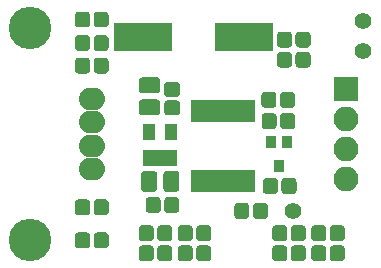
<source format=gts>
G04 #@! TF.GenerationSoftware,KiCad,Pcbnew,(5.1.2)-1*
G04 #@! TF.CreationDate,2021-06-27T21:29:46+09:00*
G04 #@! TF.ProjectId,IR,49522e6b-6963-4616-945f-706362585858,v1.1*
G04 #@! TF.SameCoordinates,Original*
G04 #@! TF.FileFunction,Soldermask,Top*
G04 #@! TF.FilePolarity,Negative*
%FSLAX46Y46*%
G04 Gerber Fmt 4.6, Leading zero omitted, Abs format (unit mm)*
G04 Created by KiCad (PCBNEW (5.1.2)-1) date 2021-06-27 21:29:46*
%MOMM*%
%LPD*%
G04 APERTURE LIST*
%ADD10C,3.600000*%
%ADD11O,2.200000X1.924000*%
%ADD12C,0.050000*%
%ADD13C,1.275000*%
%ADD14C,1.375000*%
%ADD15R,1.050000X1.460000*%
%ADD16R,4.900000X2.400000*%
%ADD17C,1.400000*%
%ADD18R,0.850000X1.900000*%
%ADD19R,2.100000X2.100000*%
%ADD20O,2.100000X2.100000*%
%ADD21R,0.850000X1.100000*%
G04 APERTURE END LIST*
D10*
X180000000Y-120000000D03*
D11*
X185200000Y-114000000D03*
X185200000Y-112000000D03*
X185200000Y-110000000D03*
X185200000Y-108000000D03*
D12*
G36*
X192325493Y-116326535D02*
G01*
X192356435Y-116331125D01*
X192386778Y-116338725D01*
X192416230Y-116349263D01*
X192444508Y-116362638D01*
X192471338Y-116378719D01*
X192496463Y-116397353D01*
X192519640Y-116418360D01*
X192540647Y-116441537D01*
X192559281Y-116466662D01*
X192575362Y-116493492D01*
X192588737Y-116521770D01*
X192599275Y-116551222D01*
X192606875Y-116581565D01*
X192611465Y-116612507D01*
X192613000Y-116643750D01*
X192613000Y-117356250D01*
X192611465Y-117387493D01*
X192606875Y-117418435D01*
X192599275Y-117448778D01*
X192588737Y-117478230D01*
X192575362Y-117506508D01*
X192559281Y-117533338D01*
X192540647Y-117558463D01*
X192519640Y-117581640D01*
X192496463Y-117602647D01*
X192471338Y-117621281D01*
X192444508Y-117637362D01*
X192416230Y-117650737D01*
X192386778Y-117661275D01*
X192356435Y-117668875D01*
X192325493Y-117673465D01*
X192294250Y-117675000D01*
X191656750Y-117675000D01*
X191625507Y-117673465D01*
X191594565Y-117668875D01*
X191564222Y-117661275D01*
X191534770Y-117650737D01*
X191506492Y-117637362D01*
X191479662Y-117621281D01*
X191454537Y-117602647D01*
X191431360Y-117581640D01*
X191410353Y-117558463D01*
X191391719Y-117533338D01*
X191375638Y-117506508D01*
X191362263Y-117478230D01*
X191351725Y-117448778D01*
X191344125Y-117418435D01*
X191339535Y-117387493D01*
X191338000Y-117356250D01*
X191338000Y-116643750D01*
X191339535Y-116612507D01*
X191344125Y-116581565D01*
X191351725Y-116551222D01*
X191362263Y-116521770D01*
X191375638Y-116493492D01*
X191391719Y-116466662D01*
X191410353Y-116441537D01*
X191431360Y-116418360D01*
X191454537Y-116397353D01*
X191479662Y-116378719D01*
X191506492Y-116362638D01*
X191534770Y-116349263D01*
X191564222Y-116338725D01*
X191594565Y-116331125D01*
X191625507Y-116326535D01*
X191656750Y-116325000D01*
X192294250Y-116325000D01*
X192325493Y-116326535D01*
X192325493Y-116326535D01*
G37*
D13*
X191975500Y-117000000D03*
D12*
G36*
X190750493Y-116326535D02*
G01*
X190781435Y-116331125D01*
X190811778Y-116338725D01*
X190841230Y-116349263D01*
X190869508Y-116362638D01*
X190896338Y-116378719D01*
X190921463Y-116397353D01*
X190944640Y-116418360D01*
X190965647Y-116441537D01*
X190984281Y-116466662D01*
X191000362Y-116493492D01*
X191013737Y-116521770D01*
X191024275Y-116551222D01*
X191031875Y-116581565D01*
X191036465Y-116612507D01*
X191038000Y-116643750D01*
X191038000Y-117356250D01*
X191036465Y-117387493D01*
X191031875Y-117418435D01*
X191024275Y-117448778D01*
X191013737Y-117478230D01*
X191000362Y-117506508D01*
X190984281Y-117533338D01*
X190965647Y-117558463D01*
X190944640Y-117581640D01*
X190921463Y-117602647D01*
X190896338Y-117621281D01*
X190869508Y-117637362D01*
X190841230Y-117650737D01*
X190811778Y-117661275D01*
X190781435Y-117668875D01*
X190750493Y-117673465D01*
X190719250Y-117675000D01*
X190081750Y-117675000D01*
X190050507Y-117673465D01*
X190019565Y-117668875D01*
X189989222Y-117661275D01*
X189959770Y-117650737D01*
X189931492Y-117637362D01*
X189904662Y-117621281D01*
X189879537Y-117602647D01*
X189856360Y-117581640D01*
X189835353Y-117558463D01*
X189816719Y-117533338D01*
X189800638Y-117506508D01*
X189787263Y-117478230D01*
X189776725Y-117448778D01*
X189769125Y-117418435D01*
X189764535Y-117387493D01*
X189763000Y-117356250D01*
X189763000Y-116643750D01*
X189764535Y-116612507D01*
X189769125Y-116581565D01*
X189776725Y-116551222D01*
X189787263Y-116521770D01*
X189800638Y-116493492D01*
X189816719Y-116466662D01*
X189835353Y-116441537D01*
X189856360Y-116418360D01*
X189879537Y-116397353D01*
X189904662Y-116378719D01*
X189931492Y-116362638D01*
X189959770Y-116349263D01*
X189989222Y-116338725D01*
X190019565Y-116331125D01*
X190050507Y-116326535D01*
X190081750Y-116325000D01*
X190719250Y-116325000D01*
X190750493Y-116326535D01*
X190750493Y-116326535D01*
G37*
D13*
X190400500Y-117000000D03*
D12*
G36*
X192314943Y-114101655D02*
G01*
X192348312Y-114106605D01*
X192381035Y-114114802D01*
X192412797Y-114126166D01*
X192443293Y-114140590D01*
X192472227Y-114157932D01*
X192499323Y-114178028D01*
X192524318Y-114200682D01*
X192546972Y-114225677D01*
X192567068Y-114252773D01*
X192584410Y-114281707D01*
X192598834Y-114312203D01*
X192610198Y-114343965D01*
X192618395Y-114376688D01*
X192623345Y-114410057D01*
X192625000Y-114443750D01*
X192625000Y-115556250D01*
X192623345Y-115589943D01*
X192618395Y-115623312D01*
X192610198Y-115656035D01*
X192598834Y-115687797D01*
X192584410Y-115718293D01*
X192567068Y-115747227D01*
X192546972Y-115774323D01*
X192524318Y-115799318D01*
X192499323Y-115821972D01*
X192472227Y-115842068D01*
X192443293Y-115859410D01*
X192412797Y-115873834D01*
X192381035Y-115885198D01*
X192348312Y-115893395D01*
X192314943Y-115898345D01*
X192281250Y-115900000D01*
X191593750Y-115900000D01*
X191560057Y-115898345D01*
X191526688Y-115893395D01*
X191493965Y-115885198D01*
X191462203Y-115873834D01*
X191431707Y-115859410D01*
X191402773Y-115842068D01*
X191375677Y-115821972D01*
X191350682Y-115799318D01*
X191328028Y-115774323D01*
X191307932Y-115747227D01*
X191290590Y-115718293D01*
X191276166Y-115687797D01*
X191264802Y-115656035D01*
X191256605Y-115623312D01*
X191251655Y-115589943D01*
X191250000Y-115556250D01*
X191250000Y-114443750D01*
X191251655Y-114410057D01*
X191256605Y-114376688D01*
X191264802Y-114343965D01*
X191276166Y-114312203D01*
X191290590Y-114281707D01*
X191307932Y-114252773D01*
X191328028Y-114225677D01*
X191350682Y-114200682D01*
X191375677Y-114178028D01*
X191402773Y-114157932D01*
X191431707Y-114140590D01*
X191462203Y-114126166D01*
X191493965Y-114114802D01*
X191526688Y-114106605D01*
X191560057Y-114101655D01*
X191593750Y-114100000D01*
X192281250Y-114100000D01*
X192314943Y-114101655D01*
X192314943Y-114101655D01*
G37*
D14*
X191937500Y-115000000D03*
D12*
G36*
X190439943Y-114101655D02*
G01*
X190473312Y-114106605D01*
X190506035Y-114114802D01*
X190537797Y-114126166D01*
X190568293Y-114140590D01*
X190597227Y-114157932D01*
X190624323Y-114178028D01*
X190649318Y-114200682D01*
X190671972Y-114225677D01*
X190692068Y-114252773D01*
X190709410Y-114281707D01*
X190723834Y-114312203D01*
X190735198Y-114343965D01*
X190743395Y-114376688D01*
X190748345Y-114410057D01*
X190750000Y-114443750D01*
X190750000Y-115556250D01*
X190748345Y-115589943D01*
X190743395Y-115623312D01*
X190735198Y-115656035D01*
X190723834Y-115687797D01*
X190709410Y-115718293D01*
X190692068Y-115747227D01*
X190671972Y-115774323D01*
X190649318Y-115799318D01*
X190624323Y-115821972D01*
X190597227Y-115842068D01*
X190568293Y-115859410D01*
X190537797Y-115873834D01*
X190506035Y-115885198D01*
X190473312Y-115893395D01*
X190439943Y-115898345D01*
X190406250Y-115900000D01*
X189718750Y-115900000D01*
X189685057Y-115898345D01*
X189651688Y-115893395D01*
X189618965Y-115885198D01*
X189587203Y-115873834D01*
X189556707Y-115859410D01*
X189527773Y-115842068D01*
X189500677Y-115821972D01*
X189475682Y-115799318D01*
X189453028Y-115774323D01*
X189432932Y-115747227D01*
X189415590Y-115718293D01*
X189401166Y-115687797D01*
X189389802Y-115656035D01*
X189381605Y-115623312D01*
X189376655Y-115589943D01*
X189375000Y-115556250D01*
X189375000Y-114443750D01*
X189376655Y-114410057D01*
X189381605Y-114376688D01*
X189389802Y-114343965D01*
X189401166Y-114312203D01*
X189415590Y-114281707D01*
X189432932Y-114252773D01*
X189453028Y-114225677D01*
X189475682Y-114200682D01*
X189500677Y-114178028D01*
X189527773Y-114157932D01*
X189556707Y-114140590D01*
X189587203Y-114126166D01*
X189618965Y-114114802D01*
X189651688Y-114106605D01*
X189685057Y-114101655D01*
X189718750Y-114100000D01*
X190406250Y-114100000D01*
X190439943Y-114101655D01*
X190439943Y-114101655D01*
G37*
D14*
X190062500Y-115000000D03*
D12*
G36*
X192387493Y-106576535D02*
G01*
X192418435Y-106581125D01*
X192448778Y-106588725D01*
X192478230Y-106599263D01*
X192506508Y-106612638D01*
X192533338Y-106628719D01*
X192558463Y-106647353D01*
X192581640Y-106668360D01*
X192602647Y-106691537D01*
X192621281Y-106716662D01*
X192637362Y-106743492D01*
X192650737Y-106771770D01*
X192661275Y-106801222D01*
X192668875Y-106831565D01*
X192673465Y-106862507D01*
X192675000Y-106893750D01*
X192675000Y-107531250D01*
X192673465Y-107562493D01*
X192668875Y-107593435D01*
X192661275Y-107623778D01*
X192650737Y-107653230D01*
X192637362Y-107681508D01*
X192621281Y-107708338D01*
X192602647Y-107733463D01*
X192581640Y-107756640D01*
X192558463Y-107777647D01*
X192533338Y-107796281D01*
X192506508Y-107812362D01*
X192478230Y-107825737D01*
X192448778Y-107836275D01*
X192418435Y-107843875D01*
X192387493Y-107848465D01*
X192356250Y-107850000D01*
X191643750Y-107850000D01*
X191612507Y-107848465D01*
X191581565Y-107843875D01*
X191551222Y-107836275D01*
X191521770Y-107825737D01*
X191493492Y-107812362D01*
X191466662Y-107796281D01*
X191441537Y-107777647D01*
X191418360Y-107756640D01*
X191397353Y-107733463D01*
X191378719Y-107708338D01*
X191362638Y-107681508D01*
X191349263Y-107653230D01*
X191338725Y-107623778D01*
X191331125Y-107593435D01*
X191326535Y-107562493D01*
X191325000Y-107531250D01*
X191325000Y-106893750D01*
X191326535Y-106862507D01*
X191331125Y-106831565D01*
X191338725Y-106801222D01*
X191349263Y-106771770D01*
X191362638Y-106743492D01*
X191378719Y-106716662D01*
X191397353Y-106691537D01*
X191418360Y-106668360D01*
X191441537Y-106647353D01*
X191466662Y-106628719D01*
X191493492Y-106612638D01*
X191521770Y-106599263D01*
X191551222Y-106588725D01*
X191581565Y-106581125D01*
X191612507Y-106576535D01*
X191643750Y-106575000D01*
X192356250Y-106575000D01*
X192387493Y-106576535D01*
X192387493Y-106576535D01*
G37*
D13*
X192000000Y-107212500D03*
D12*
G36*
X192387493Y-108151535D02*
G01*
X192418435Y-108156125D01*
X192448778Y-108163725D01*
X192478230Y-108174263D01*
X192506508Y-108187638D01*
X192533338Y-108203719D01*
X192558463Y-108222353D01*
X192581640Y-108243360D01*
X192602647Y-108266537D01*
X192621281Y-108291662D01*
X192637362Y-108318492D01*
X192650737Y-108346770D01*
X192661275Y-108376222D01*
X192668875Y-108406565D01*
X192673465Y-108437507D01*
X192675000Y-108468750D01*
X192675000Y-109106250D01*
X192673465Y-109137493D01*
X192668875Y-109168435D01*
X192661275Y-109198778D01*
X192650737Y-109228230D01*
X192637362Y-109256508D01*
X192621281Y-109283338D01*
X192602647Y-109308463D01*
X192581640Y-109331640D01*
X192558463Y-109352647D01*
X192533338Y-109371281D01*
X192506508Y-109387362D01*
X192478230Y-109400737D01*
X192448778Y-109411275D01*
X192418435Y-109418875D01*
X192387493Y-109423465D01*
X192356250Y-109425000D01*
X191643750Y-109425000D01*
X191612507Y-109423465D01*
X191581565Y-109418875D01*
X191551222Y-109411275D01*
X191521770Y-109400737D01*
X191493492Y-109387362D01*
X191466662Y-109371281D01*
X191441537Y-109352647D01*
X191418360Y-109331640D01*
X191397353Y-109308463D01*
X191378719Y-109283338D01*
X191362638Y-109256508D01*
X191349263Y-109228230D01*
X191338725Y-109198778D01*
X191331125Y-109168435D01*
X191326535Y-109137493D01*
X191325000Y-109106250D01*
X191325000Y-108468750D01*
X191326535Y-108437507D01*
X191331125Y-108406565D01*
X191338725Y-108376222D01*
X191349263Y-108346770D01*
X191362638Y-108318492D01*
X191378719Y-108291662D01*
X191397353Y-108266537D01*
X191418360Y-108243360D01*
X191441537Y-108222353D01*
X191466662Y-108203719D01*
X191493492Y-108187638D01*
X191521770Y-108174263D01*
X191551222Y-108163725D01*
X191581565Y-108156125D01*
X191612507Y-108151535D01*
X191643750Y-108150000D01*
X192356250Y-108150000D01*
X192387493Y-108151535D01*
X192387493Y-108151535D01*
G37*
D13*
X192000000Y-108787500D03*
D12*
G36*
X190689943Y-108051655D02*
G01*
X190723312Y-108056605D01*
X190756035Y-108064802D01*
X190787797Y-108076166D01*
X190818293Y-108090590D01*
X190847227Y-108107932D01*
X190874323Y-108128028D01*
X190899318Y-108150682D01*
X190921972Y-108175677D01*
X190942068Y-108202773D01*
X190959410Y-108231707D01*
X190973834Y-108262203D01*
X190985198Y-108293965D01*
X190993395Y-108326688D01*
X190998345Y-108360057D01*
X191000000Y-108393750D01*
X191000000Y-109081250D01*
X190998345Y-109114943D01*
X190993395Y-109148312D01*
X190985198Y-109181035D01*
X190973834Y-109212797D01*
X190959410Y-109243293D01*
X190942068Y-109272227D01*
X190921972Y-109299323D01*
X190899318Y-109324318D01*
X190874323Y-109346972D01*
X190847227Y-109367068D01*
X190818293Y-109384410D01*
X190787797Y-109398834D01*
X190756035Y-109410198D01*
X190723312Y-109418395D01*
X190689943Y-109423345D01*
X190656250Y-109425000D01*
X189543750Y-109425000D01*
X189510057Y-109423345D01*
X189476688Y-109418395D01*
X189443965Y-109410198D01*
X189412203Y-109398834D01*
X189381707Y-109384410D01*
X189352773Y-109367068D01*
X189325677Y-109346972D01*
X189300682Y-109324318D01*
X189278028Y-109299323D01*
X189257932Y-109272227D01*
X189240590Y-109243293D01*
X189226166Y-109212797D01*
X189214802Y-109181035D01*
X189206605Y-109148312D01*
X189201655Y-109114943D01*
X189200000Y-109081250D01*
X189200000Y-108393750D01*
X189201655Y-108360057D01*
X189206605Y-108326688D01*
X189214802Y-108293965D01*
X189226166Y-108262203D01*
X189240590Y-108231707D01*
X189257932Y-108202773D01*
X189278028Y-108175677D01*
X189300682Y-108150682D01*
X189325677Y-108128028D01*
X189352773Y-108107932D01*
X189381707Y-108090590D01*
X189412203Y-108076166D01*
X189443965Y-108064802D01*
X189476688Y-108056605D01*
X189510057Y-108051655D01*
X189543750Y-108050000D01*
X190656250Y-108050000D01*
X190689943Y-108051655D01*
X190689943Y-108051655D01*
G37*
D14*
X190100000Y-108737500D03*
D12*
G36*
X190689943Y-106176655D02*
G01*
X190723312Y-106181605D01*
X190756035Y-106189802D01*
X190787797Y-106201166D01*
X190818293Y-106215590D01*
X190847227Y-106232932D01*
X190874323Y-106253028D01*
X190899318Y-106275682D01*
X190921972Y-106300677D01*
X190942068Y-106327773D01*
X190959410Y-106356707D01*
X190973834Y-106387203D01*
X190985198Y-106418965D01*
X190993395Y-106451688D01*
X190998345Y-106485057D01*
X191000000Y-106518750D01*
X191000000Y-107206250D01*
X190998345Y-107239943D01*
X190993395Y-107273312D01*
X190985198Y-107306035D01*
X190973834Y-107337797D01*
X190959410Y-107368293D01*
X190942068Y-107397227D01*
X190921972Y-107424323D01*
X190899318Y-107449318D01*
X190874323Y-107471972D01*
X190847227Y-107492068D01*
X190818293Y-107509410D01*
X190787797Y-107523834D01*
X190756035Y-107535198D01*
X190723312Y-107543395D01*
X190689943Y-107548345D01*
X190656250Y-107550000D01*
X189543750Y-107550000D01*
X189510057Y-107548345D01*
X189476688Y-107543395D01*
X189443965Y-107535198D01*
X189412203Y-107523834D01*
X189381707Y-107509410D01*
X189352773Y-107492068D01*
X189325677Y-107471972D01*
X189300682Y-107449318D01*
X189278028Y-107424323D01*
X189257932Y-107397227D01*
X189240590Y-107368293D01*
X189226166Y-107337797D01*
X189214802Y-107306035D01*
X189206605Y-107273312D01*
X189201655Y-107239943D01*
X189200000Y-107206250D01*
X189200000Y-106518750D01*
X189201655Y-106485057D01*
X189206605Y-106451688D01*
X189214802Y-106418965D01*
X189226166Y-106387203D01*
X189240590Y-106356707D01*
X189257932Y-106327773D01*
X189278028Y-106300677D01*
X189300682Y-106275682D01*
X189325677Y-106253028D01*
X189352773Y-106232932D01*
X189381707Y-106215590D01*
X189412203Y-106201166D01*
X189443965Y-106189802D01*
X189476688Y-106181605D01*
X189510057Y-106176655D01*
X189543750Y-106175000D01*
X190656250Y-106175000D01*
X190689943Y-106176655D01*
X190689943Y-106176655D01*
G37*
D14*
X190100000Y-106862500D03*
D12*
G36*
X203437493Y-104026535D02*
G01*
X203468435Y-104031125D01*
X203498778Y-104038725D01*
X203528230Y-104049263D01*
X203556508Y-104062638D01*
X203583338Y-104078719D01*
X203608463Y-104097353D01*
X203631640Y-104118360D01*
X203652647Y-104141537D01*
X203671281Y-104166662D01*
X203687362Y-104193492D01*
X203700737Y-104221770D01*
X203711275Y-104251222D01*
X203718875Y-104281565D01*
X203723465Y-104312507D01*
X203725000Y-104343750D01*
X203725000Y-105056250D01*
X203723465Y-105087493D01*
X203718875Y-105118435D01*
X203711275Y-105148778D01*
X203700737Y-105178230D01*
X203687362Y-105206508D01*
X203671281Y-105233338D01*
X203652647Y-105258463D01*
X203631640Y-105281640D01*
X203608463Y-105302647D01*
X203583338Y-105321281D01*
X203556508Y-105337362D01*
X203528230Y-105350737D01*
X203498778Y-105361275D01*
X203468435Y-105368875D01*
X203437493Y-105373465D01*
X203406250Y-105375000D01*
X202768750Y-105375000D01*
X202737507Y-105373465D01*
X202706565Y-105368875D01*
X202676222Y-105361275D01*
X202646770Y-105350737D01*
X202618492Y-105337362D01*
X202591662Y-105321281D01*
X202566537Y-105302647D01*
X202543360Y-105281640D01*
X202522353Y-105258463D01*
X202503719Y-105233338D01*
X202487638Y-105206508D01*
X202474263Y-105178230D01*
X202463725Y-105148778D01*
X202456125Y-105118435D01*
X202451535Y-105087493D01*
X202450000Y-105056250D01*
X202450000Y-104343750D01*
X202451535Y-104312507D01*
X202456125Y-104281565D01*
X202463725Y-104251222D01*
X202474263Y-104221770D01*
X202487638Y-104193492D01*
X202503719Y-104166662D01*
X202522353Y-104141537D01*
X202543360Y-104118360D01*
X202566537Y-104097353D01*
X202591662Y-104078719D01*
X202618492Y-104062638D01*
X202646770Y-104049263D01*
X202676222Y-104038725D01*
X202706565Y-104031125D01*
X202737507Y-104026535D01*
X202768750Y-104025000D01*
X203406250Y-104025000D01*
X203437493Y-104026535D01*
X203437493Y-104026535D01*
G37*
D13*
X203087500Y-104700000D03*
D12*
G36*
X201862493Y-104026535D02*
G01*
X201893435Y-104031125D01*
X201923778Y-104038725D01*
X201953230Y-104049263D01*
X201981508Y-104062638D01*
X202008338Y-104078719D01*
X202033463Y-104097353D01*
X202056640Y-104118360D01*
X202077647Y-104141537D01*
X202096281Y-104166662D01*
X202112362Y-104193492D01*
X202125737Y-104221770D01*
X202136275Y-104251222D01*
X202143875Y-104281565D01*
X202148465Y-104312507D01*
X202150000Y-104343750D01*
X202150000Y-105056250D01*
X202148465Y-105087493D01*
X202143875Y-105118435D01*
X202136275Y-105148778D01*
X202125737Y-105178230D01*
X202112362Y-105206508D01*
X202096281Y-105233338D01*
X202077647Y-105258463D01*
X202056640Y-105281640D01*
X202033463Y-105302647D01*
X202008338Y-105321281D01*
X201981508Y-105337362D01*
X201953230Y-105350737D01*
X201923778Y-105361275D01*
X201893435Y-105368875D01*
X201862493Y-105373465D01*
X201831250Y-105375000D01*
X201193750Y-105375000D01*
X201162507Y-105373465D01*
X201131565Y-105368875D01*
X201101222Y-105361275D01*
X201071770Y-105350737D01*
X201043492Y-105337362D01*
X201016662Y-105321281D01*
X200991537Y-105302647D01*
X200968360Y-105281640D01*
X200947353Y-105258463D01*
X200928719Y-105233338D01*
X200912638Y-105206508D01*
X200899263Y-105178230D01*
X200888725Y-105148778D01*
X200881125Y-105118435D01*
X200876535Y-105087493D01*
X200875000Y-105056250D01*
X200875000Y-104343750D01*
X200876535Y-104312507D01*
X200881125Y-104281565D01*
X200888725Y-104251222D01*
X200899263Y-104221770D01*
X200912638Y-104193492D01*
X200928719Y-104166662D01*
X200947353Y-104141537D01*
X200968360Y-104118360D01*
X200991537Y-104097353D01*
X201016662Y-104078719D01*
X201043492Y-104062638D01*
X201071770Y-104049263D01*
X201101222Y-104038725D01*
X201131565Y-104031125D01*
X201162507Y-104026535D01*
X201193750Y-104025000D01*
X201831250Y-104025000D01*
X201862493Y-104026535D01*
X201862493Y-104026535D01*
G37*
D13*
X201512500Y-104700000D03*
D12*
G36*
X186337493Y-104526535D02*
G01*
X186368435Y-104531125D01*
X186398778Y-104538725D01*
X186428230Y-104549263D01*
X186456508Y-104562638D01*
X186483338Y-104578719D01*
X186508463Y-104597353D01*
X186531640Y-104618360D01*
X186552647Y-104641537D01*
X186571281Y-104666662D01*
X186587362Y-104693492D01*
X186600737Y-104721770D01*
X186611275Y-104751222D01*
X186618875Y-104781565D01*
X186623465Y-104812507D01*
X186625000Y-104843750D01*
X186625000Y-105556250D01*
X186623465Y-105587493D01*
X186618875Y-105618435D01*
X186611275Y-105648778D01*
X186600737Y-105678230D01*
X186587362Y-105706508D01*
X186571281Y-105733338D01*
X186552647Y-105758463D01*
X186531640Y-105781640D01*
X186508463Y-105802647D01*
X186483338Y-105821281D01*
X186456508Y-105837362D01*
X186428230Y-105850737D01*
X186398778Y-105861275D01*
X186368435Y-105868875D01*
X186337493Y-105873465D01*
X186306250Y-105875000D01*
X185668750Y-105875000D01*
X185637507Y-105873465D01*
X185606565Y-105868875D01*
X185576222Y-105861275D01*
X185546770Y-105850737D01*
X185518492Y-105837362D01*
X185491662Y-105821281D01*
X185466537Y-105802647D01*
X185443360Y-105781640D01*
X185422353Y-105758463D01*
X185403719Y-105733338D01*
X185387638Y-105706508D01*
X185374263Y-105678230D01*
X185363725Y-105648778D01*
X185356125Y-105618435D01*
X185351535Y-105587493D01*
X185350000Y-105556250D01*
X185350000Y-104843750D01*
X185351535Y-104812507D01*
X185356125Y-104781565D01*
X185363725Y-104751222D01*
X185374263Y-104721770D01*
X185387638Y-104693492D01*
X185403719Y-104666662D01*
X185422353Y-104641537D01*
X185443360Y-104618360D01*
X185466537Y-104597353D01*
X185491662Y-104578719D01*
X185518492Y-104562638D01*
X185546770Y-104549263D01*
X185576222Y-104538725D01*
X185606565Y-104531125D01*
X185637507Y-104526535D01*
X185668750Y-104525000D01*
X186306250Y-104525000D01*
X186337493Y-104526535D01*
X186337493Y-104526535D01*
G37*
D13*
X185987500Y-105200000D03*
D12*
G36*
X184762493Y-104526535D02*
G01*
X184793435Y-104531125D01*
X184823778Y-104538725D01*
X184853230Y-104549263D01*
X184881508Y-104562638D01*
X184908338Y-104578719D01*
X184933463Y-104597353D01*
X184956640Y-104618360D01*
X184977647Y-104641537D01*
X184996281Y-104666662D01*
X185012362Y-104693492D01*
X185025737Y-104721770D01*
X185036275Y-104751222D01*
X185043875Y-104781565D01*
X185048465Y-104812507D01*
X185050000Y-104843750D01*
X185050000Y-105556250D01*
X185048465Y-105587493D01*
X185043875Y-105618435D01*
X185036275Y-105648778D01*
X185025737Y-105678230D01*
X185012362Y-105706508D01*
X184996281Y-105733338D01*
X184977647Y-105758463D01*
X184956640Y-105781640D01*
X184933463Y-105802647D01*
X184908338Y-105821281D01*
X184881508Y-105837362D01*
X184853230Y-105850737D01*
X184823778Y-105861275D01*
X184793435Y-105868875D01*
X184762493Y-105873465D01*
X184731250Y-105875000D01*
X184093750Y-105875000D01*
X184062507Y-105873465D01*
X184031565Y-105868875D01*
X184001222Y-105861275D01*
X183971770Y-105850737D01*
X183943492Y-105837362D01*
X183916662Y-105821281D01*
X183891537Y-105802647D01*
X183868360Y-105781640D01*
X183847353Y-105758463D01*
X183828719Y-105733338D01*
X183812638Y-105706508D01*
X183799263Y-105678230D01*
X183788725Y-105648778D01*
X183781125Y-105618435D01*
X183776535Y-105587493D01*
X183775000Y-105556250D01*
X183775000Y-104843750D01*
X183776535Y-104812507D01*
X183781125Y-104781565D01*
X183788725Y-104751222D01*
X183799263Y-104721770D01*
X183812638Y-104693492D01*
X183828719Y-104666662D01*
X183847353Y-104641537D01*
X183868360Y-104618360D01*
X183891537Y-104597353D01*
X183916662Y-104578719D01*
X183943492Y-104562638D01*
X183971770Y-104549263D01*
X184001222Y-104538725D01*
X184031565Y-104531125D01*
X184062507Y-104526535D01*
X184093750Y-104525000D01*
X184731250Y-104525000D01*
X184762493Y-104526535D01*
X184762493Y-104526535D01*
G37*
D13*
X184412500Y-105200000D03*
D12*
G36*
X184762493Y-102626535D02*
G01*
X184793435Y-102631125D01*
X184823778Y-102638725D01*
X184853230Y-102649263D01*
X184881508Y-102662638D01*
X184908338Y-102678719D01*
X184933463Y-102697353D01*
X184956640Y-102718360D01*
X184977647Y-102741537D01*
X184996281Y-102766662D01*
X185012362Y-102793492D01*
X185025737Y-102821770D01*
X185036275Y-102851222D01*
X185043875Y-102881565D01*
X185048465Y-102912507D01*
X185050000Y-102943750D01*
X185050000Y-103656250D01*
X185048465Y-103687493D01*
X185043875Y-103718435D01*
X185036275Y-103748778D01*
X185025737Y-103778230D01*
X185012362Y-103806508D01*
X184996281Y-103833338D01*
X184977647Y-103858463D01*
X184956640Y-103881640D01*
X184933463Y-103902647D01*
X184908338Y-103921281D01*
X184881508Y-103937362D01*
X184853230Y-103950737D01*
X184823778Y-103961275D01*
X184793435Y-103968875D01*
X184762493Y-103973465D01*
X184731250Y-103975000D01*
X184093750Y-103975000D01*
X184062507Y-103973465D01*
X184031565Y-103968875D01*
X184001222Y-103961275D01*
X183971770Y-103950737D01*
X183943492Y-103937362D01*
X183916662Y-103921281D01*
X183891537Y-103902647D01*
X183868360Y-103881640D01*
X183847353Y-103858463D01*
X183828719Y-103833338D01*
X183812638Y-103806508D01*
X183799263Y-103778230D01*
X183788725Y-103748778D01*
X183781125Y-103718435D01*
X183776535Y-103687493D01*
X183775000Y-103656250D01*
X183775000Y-102943750D01*
X183776535Y-102912507D01*
X183781125Y-102881565D01*
X183788725Y-102851222D01*
X183799263Y-102821770D01*
X183812638Y-102793492D01*
X183828719Y-102766662D01*
X183847353Y-102741537D01*
X183868360Y-102718360D01*
X183891537Y-102697353D01*
X183916662Y-102678719D01*
X183943492Y-102662638D01*
X183971770Y-102649263D01*
X184001222Y-102638725D01*
X184031565Y-102631125D01*
X184062507Y-102626535D01*
X184093750Y-102625000D01*
X184731250Y-102625000D01*
X184762493Y-102626535D01*
X184762493Y-102626535D01*
G37*
D13*
X184412500Y-103300000D03*
D12*
G36*
X186337493Y-102626535D02*
G01*
X186368435Y-102631125D01*
X186398778Y-102638725D01*
X186428230Y-102649263D01*
X186456508Y-102662638D01*
X186483338Y-102678719D01*
X186508463Y-102697353D01*
X186531640Y-102718360D01*
X186552647Y-102741537D01*
X186571281Y-102766662D01*
X186587362Y-102793492D01*
X186600737Y-102821770D01*
X186611275Y-102851222D01*
X186618875Y-102881565D01*
X186623465Y-102912507D01*
X186625000Y-102943750D01*
X186625000Y-103656250D01*
X186623465Y-103687493D01*
X186618875Y-103718435D01*
X186611275Y-103748778D01*
X186600737Y-103778230D01*
X186587362Y-103806508D01*
X186571281Y-103833338D01*
X186552647Y-103858463D01*
X186531640Y-103881640D01*
X186508463Y-103902647D01*
X186483338Y-103921281D01*
X186456508Y-103937362D01*
X186428230Y-103950737D01*
X186398778Y-103961275D01*
X186368435Y-103968875D01*
X186337493Y-103973465D01*
X186306250Y-103975000D01*
X185668750Y-103975000D01*
X185637507Y-103973465D01*
X185606565Y-103968875D01*
X185576222Y-103961275D01*
X185546770Y-103950737D01*
X185518492Y-103937362D01*
X185491662Y-103921281D01*
X185466537Y-103902647D01*
X185443360Y-103881640D01*
X185422353Y-103858463D01*
X185403719Y-103833338D01*
X185387638Y-103806508D01*
X185374263Y-103778230D01*
X185363725Y-103748778D01*
X185356125Y-103718435D01*
X185351535Y-103687493D01*
X185350000Y-103656250D01*
X185350000Y-102943750D01*
X185351535Y-102912507D01*
X185356125Y-102881565D01*
X185363725Y-102851222D01*
X185374263Y-102821770D01*
X185387638Y-102793492D01*
X185403719Y-102766662D01*
X185422353Y-102741537D01*
X185443360Y-102718360D01*
X185466537Y-102697353D01*
X185491662Y-102678719D01*
X185518492Y-102662638D01*
X185546770Y-102649263D01*
X185576222Y-102638725D01*
X185606565Y-102631125D01*
X185637507Y-102626535D01*
X185668750Y-102625000D01*
X186306250Y-102625000D01*
X186337493Y-102626535D01*
X186337493Y-102626535D01*
G37*
D13*
X185987500Y-103300000D03*
D12*
G36*
X193462493Y-120426535D02*
G01*
X193493435Y-120431125D01*
X193523778Y-120438725D01*
X193553230Y-120449263D01*
X193581508Y-120462638D01*
X193608338Y-120478719D01*
X193633463Y-120497353D01*
X193656640Y-120518360D01*
X193677647Y-120541537D01*
X193696281Y-120566662D01*
X193712362Y-120593492D01*
X193725737Y-120621770D01*
X193736275Y-120651222D01*
X193743875Y-120681565D01*
X193748465Y-120712507D01*
X193750000Y-120743750D01*
X193750000Y-121456250D01*
X193748465Y-121487493D01*
X193743875Y-121518435D01*
X193736275Y-121548778D01*
X193725737Y-121578230D01*
X193712362Y-121606508D01*
X193696281Y-121633338D01*
X193677647Y-121658463D01*
X193656640Y-121681640D01*
X193633463Y-121702647D01*
X193608338Y-121721281D01*
X193581508Y-121737362D01*
X193553230Y-121750737D01*
X193523778Y-121761275D01*
X193493435Y-121768875D01*
X193462493Y-121773465D01*
X193431250Y-121775000D01*
X192793750Y-121775000D01*
X192762507Y-121773465D01*
X192731565Y-121768875D01*
X192701222Y-121761275D01*
X192671770Y-121750737D01*
X192643492Y-121737362D01*
X192616662Y-121721281D01*
X192591537Y-121702647D01*
X192568360Y-121681640D01*
X192547353Y-121658463D01*
X192528719Y-121633338D01*
X192512638Y-121606508D01*
X192499263Y-121578230D01*
X192488725Y-121548778D01*
X192481125Y-121518435D01*
X192476535Y-121487493D01*
X192475000Y-121456250D01*
X192475000Y-120743750D01*
X192476535Y-120712507D01*
X192481125Y-120681565D01*
X192488725Y-120651222D01*
X192499263Y-120621770D01*
X192512638Y-120593492D01*
X192528719Y-120566662D01*
X192547353Y-120541537D01*
X192568360Y-120518360D01*
X192591537Y-120497353D01*
X192616662Y-120478719D01*
X192643492Y-120462638D01*
X192671770Y-120449263D01*
X192701222Y-120438725D01*
X192731565Y-120431125D01*
X192762507Y-120426535D01*
X192793750Y-120425000D01*
X193431250Y-120425000D01*
X193462493Y-120426535D01*
X193462493Y-120426535D01*
G37*
D13*
X193112500Y-121100000D03*
D12*
G36*
X195037493Y-120426535D02*
G01*
X195068435Y-120431125D01*
X195098778Y-120438725D01*
X195128230Y-120449263D01*
X195156508Y-120462638D01*
X195183338Y-120478719D01*
X195208463Y-120497353D01*
X195231640Y-120518360D01*
X195252647Y-120541537D01*
X195271281Y-120566662D01*
X195287362Y-120593492D01*
X195300737Y-120621770D01*
X195311275Y-120651222D01*
X195318875Y-120681565D01*
X195323465Y-120712507D01*
X195325000Y-120743750D01*
X195325000Y-121456250D01*
X195323465Y-121487493D01*
X195318875Y-121518435D01*
X195311275Y-121548778D01*
X195300737Y-121578230D01*
X195287362Y-121606508D01*
X195271281Y-121633338D01*
X195252647Y-121658463D01*
X195231640Y-121681640D01*
X195208463Y-121702647D01*
X195183338Y-121721281D01*
X195156508Y-121737362D01*
X195128230Y-121750737D01*
X195098778Y-121761275D01*
X195068435Y-121768875D01*
X195037493Y-121773465D01*
X195006250Y-121775000D01*
X194368750Y-121775000D01*
X194337507Y-121773465D01*
X194306565Y-121768875D01*
X194276222Y-121761275D01*
X194246770Y-121750737D01*
X194218492Y-121737362D01*
X194191662Y-121721281D01*
X194166537Y-121702647D01*
X194143360Y-121681640D01*
X194122353Y-121658463D01*
X194103719Y-121633338D01*
X194087638Y-121606508D01*
X194074263Y-121578230D01*
X194063725Y-121548778D01*
X194056125Y-121518435D01*
X194051535Y-121487493D01*
X194050000Y-121456250D01*
X194050000Y-120743750D01*
X194051535Y-120712507D01*
X194056125Y-120681565D01*
X194063725Y-120651222D01*
X194074263Y-120621770D01*
X194087638Y-120593492D01*
X194103719Y-120566662D01*
X194122353Y-120541537D01*
X194143360Y-120518360D01*
X194166537Y-120497353D01*
X194191662Y-120478719D01*
X194218492Y-120462638D01*
X194246770Y-120449263D01*
X194276222Y-120438725D01*
X194306565Y-120431125D01*
X194337507Y-120426535D01*
X194368750Y-120425000D01*
X195006250Y-120425000D01*
X195037493Y-120426535D01*
X195037493Y-120426535D01*
G37*
D13*
X194687500Y-121100000D03*
D12*
G36*
X191737493Y-120426535D02*
G01*
X191768435Y-120431125D01*
X191798778Y-120438725D01*
X191828230Y-120449263D01*
X191856508Y-120462638D01*
X191883338Y-120478719D01*
X191908463Y-120497353D01*
X191931640Y-120518360D01*
X191952647Y-120541537D01*
X191971281Y-120566662D01*
X191987362Y-120593492D01*
X192000737Y-120621770D01*
X192011275Y-120651222D01*
X192018875Y-120681565D01*
X192023465Y-120712507D01*
X192025000Y-120743750D01*
X192025000Y-121456250D01*
X192023465Y-121487493D01*
X192018875Y-121518435D01*
X192011275Y-121548778D01*
X192000737Y-121578230D01*
X191987362Y-121606508D01*
X191971281Y-121633338D01*
X191952647Y-121658463D01*
X191931640Y-121681640D01*
X191908463Y-121702647D01*
X191883338Y-121721281D01*
X191856508Y-121737362D01*
X191828230Y-121750737D01*
X191798778Y-121761275D01*
X191768435Y-121768875D01*
X191737493Y-121773465D01*
X191706250Y-121775000D01*
X191068750Y-121775000D01*
X191037507Y-121773465D01*
X191006565Y-121768875D01*
X190976222Y-121761275D01*
X190946770Y-121750737D01*
X190918492Y-121737362D01*
X190891662Y-121721281D01*
X190866537Y-121702647D01*
X190843360Y-121681640D01*
X190822353Y-121658463D01*
X190803719Y-121633338D01*
X190787638Y-121606508D01*
X190774263Y-121578230D01*
X190763725Y-121548778D01*
X190756125Y-121518435D01*
X190751535Y-121487493D01*
X190750000Y-121456250D01*
X190750000Y-120743750D01*
X190751535Y-120712507D01*
X190756125Y-120681565D01*
X190763725Y-120651222D01*
X190774263Y-120621770D01*
X190787638Y-120593492D01*
X190803719Y-120566662D01*
X190822353Y-120541537D01*
X190843360Y-120518360D01*
X190866537Y-120497353D01*
X190891662Y-120478719D01*
X190918492Y-120462638D01*
X190946770Y-120449263D01*
X190976222Y-120438725D01*
X191006565Y-120431125D01*
X191037507Y-120426535D01*
X191068750Y-120425000D01*
X191706250Y-120425000D01*
X191737493Y-120426535D01*
X191737493Y-120426535D01*
G37*
D13*
X191387500Y-121100000D03*
D12*
G36*
X190162493Y-120426535D02*
G01*
X190193435Y-120431125D01*
X190223778Y-120438725D01*
X190253230Y-120449263D01*
X190281508Y-120462638D01*
X190308338Y-120478719D01*
X190333463Y-120497353D01*
X190356640Y-120518360D01*
X190377647Y-120541537D01*
X190396281Y-120566662D01*
X190412362Y-120593492D01*
X190425737Y-120621770D01*
X190436275Y-120651222D01*
X190443875Y-120681565D01*
X190448465Y-120712507D01*
X190450000Y-120743750D01*
X190450000Y-121456250D01*
X190448465Y-121487493D01*
X190443875Y-121518435D01*
X190436275Y-121548778D01*
X190425737Y-121578230D01*
X190412362Y-121606508D01*
X190396281Y-121633338D01*
X190377647Y-121658463D01*
X190356640Y-121681640D01*
X190333463Y-121702647D01*
X190308338Y-121721281D01*
X190281508Y-121737362D01*
X190253230Y-121750737D01*
X190223778Y-121761275D01*
X190193435Y-121768875D01*
X190162493Y-121773465D01*
X190131250Y-121775000D01*
X189493750Y-121775000D01*
X189462507Y-121773465D01*
X189431565Y-121768875D01*
X189401222Y-121761275D01*
X189371770Y-121750737D01*
X189343492Y-121737362D01*
X189316662Y-121721281D01*
X189291537Y-121702647D01*
X189268360Y-121681640D01*
X189247353Y-121658463D01*
X189228719Y-121633338D01*
X189212638Y-121606508D01*
X189199263Y-121578230D01*
X189188725Y-121548778D01*
X189181125Y-121518435D01*
X189176535Y-121487493D01*
X189175000Y-121456250D01*
X189175000Y-120743750D01*
X189176535Y-120712507D01*
X189181125Y-120681565D01*
X189188725Y-120651222D01*
X189199263Y-120621770D01*
X189212638Y-120593492D01*
X189228719Y-120566662D01*
X189247353Y-120541537D01*
X189268360Y-120518360D01*
X189291537Y-120497353D01*
X189316662Y-120478719D01*
X189343492Y-120462638D01*
X189371770Y-120449263D01*
X189401222Y-120438725D01*
X189431565Y-120431125D01*
X189462507Y-120426535D01*
X189493750Y-120425000D01*
X190131250Y-120425000D01*
X190162493Y-120426535D01*
X190162493Y-120426535D01*
G37*
D13*
X189812500Y-121100000D03*
D12*
G36*
X206337493Y-118726535D02*
G01*
X206368435Y-118731125D01*
X206398778Y-118738725D01*
X206428230Y-118749263D01*
X206456508Y-118762638D01*
X206483338Y-118778719D01*
X206508463Y-118797353D01*
X206531640Y-118818360D01*
X206552647Y-118841537D01*
X206571281Y-118866662D01*
X206587362Y-118893492D01*
X206600737Y-118921770D01*
X206611275Y-118951222D01*
X206618875Y-118981565D01*
X206623465Y-119012507D01*
X206625000Y-119043750D01*
X206625000Y-119756250D01*
X206623465Y-119787493D01*
X206618875Y-119818435D01*
X206611275Y-119848778D01*
X206600737Y-119878230D01*
X206587362Y-119906508D01*
X206571281Y-119933338D01*
X206552647Y-119958463D01*
X206531640Y-119981640D01*
X206508463Y-120002647D01*
X206483338Y-120021281D01*
X206456508Y-120037362D01*
X206428230Y-120050737D01*
X206398778Y-120061275D01*
X206368435Y-120068875D01*
X206337493Y-120073465D01*
X206306250Y-120075000D01*
X205668750Y-120075000D01*
X205637507Y-120073465D01*
X205606565Y-120068875D01*
X205576222Y-120061275D01*
X205546770Y-120050737D01*
X205518492Y-120037362D01*
X205491662Y-120021281D01*
X205466537Y-120002647D01*
X205443360Y-119981640D01*
X205422353Y-119958463D01*
X205403719Y-119933338D01*
X205387638Y-119906508D01*
X205374263Y-119878230D01*
X205363725Y-119848778D01*
X205356125Y-119818435D01*
X205351535Y-119787493D01*
X205350000Y-119756250D01*
X205350000Y-119043750D01*
X205351535Y-119012507D01*
X205356125Y-118981565D01*
X205363725Y-118951222D01*
X205374263Y-118921770D01*
X205387638Y-118893492D01*
X205403719Y-118866662D01*
X205422353Y-118841537D01*
X205443360Y-118818360D01*
X205466537Y-118797353D01*
X205491662Y-118778719D01*
X205518492Y-118762638D01*
X205546770Y-118749263D01*
X205576222Y-118738725D01*
X205606565Y-118731125D01*
X205637507Y-118726535D01*
X205668750Y-118725000D01*
X206306250Y-118725000D01*
X206337493Y-118726535D01*
X206337493Y-118726535D01*
G37*
D13*
X205987500Y-119400000D03*
D12*
G36*
X204762493Y-118726535D02*
G01*
X204793435Y-118731125D01*
X204823778Y-118738725D01*
X204853230Y-118749263D01*
X204881508Y-118762638D01*
X204908338Y-118778719D01*
X204933463Y-118797353D01*
X204956640Y-118818360D01*
X204977647Y-118841537D01*
X204996281Y-118866662D01*
X205012362Y-118893492D01*
X205025737Y-118921770D01*
X205036275Y-118951222D01*
X205043875Y-118981565D01*
X205048465Y-119012507D01*
X205050000Y-119043750D01*
X205050000Y-119756250D01*
X205048465Y-119787493D01*
X205043875Y-119818435D01*
X205036275Y-119848778D01*
X205025737Y-119878230D01*
X205012362Y-119906508D01*
X204996281Y-119933338D01*
X204977647Y-119958463D01*
X204956640Y-119981640D01*
X204933463Y-120002647D01*
X204908338Y-120021281D01*
X204881508Y-120037362D01*
X204853230Y-120050737D01*
X204823778Y-120061275D01*
X204793435Y-120068875D01*
X204762493Y-120073465D01*
X204731250Y-120075000D01*
X204093750Y-120075000D01*
X204062507Y-120073465D01*
X204031565Y-120068875D01*
X204001222Y-120061275D01*
X203971770Y-120050737D01*
X203943492Y-120037362D01*
X203916662Y-120021281D01*
X203891537Y-120002647D01*
X203868360Y-119981640D01*
X203847353Y-119958463D01*
X203828719Y-119933338D01*
X203812638Y-119906508D01*
X203799263Y-119878230D01*
X203788725Y-119848778D01*
X203781125Y-119818435D01*
X203776535Y-119787493D01*
X203775000Y-119756250D01*
X203775000Y-119043750D01*
X203776535Y-119012507D01*
X203781125Y-118981565D01*
X203788725Y-118951222D01*
X203799263Y-118921770D01*
X203812638Y-118893492D01*
X203828719Y-118866662D01*
X203847353Y-118841537D01*
X203868360Y-118818360D01*
X203891537Y-118797353D01*
X203916662Y-118778719D01*
X203943492Y-118762638D01*
X203971770Y-118749263D01*
X204001222Y-118738725D01*
X204031565Y-118731125D01*
X204062507Y-118726535D01*
X204093750Y-118725000D01*
X204731250Y-118725000D01*
X204762493Y-118726535D01*
X204762493Y-118726535D01*
G37*
D13*
X204412500Y-119400000D03*
D12*
G36*
X201462493Y-118726535D02*
G01*
X201493435Y-118731125D01*
X201523778Y-118738725D01*
X201553230Y-118749263D01*
X201581508Y-118762638D01*
X201608338Y-118778719D01*
X201633463Y-118797353D01*
X201656640Y-118818360D01*
X201677647Y-118841537D01*
X201696281Y-118866662D01*
X201712362Y-118893492D01*
X201725737Y-118921770D01*
X201736275Y-118951222D01*
X201743875Y-118981565D01*
X201748465Y-119012507D01*
X201750000Y-119043750D01*
X201750000Y-119756250D01*
X201748465Y-119787493D01*
X201743875Y-119818435D01*
X201736275Y-119848778D01*
X201725737Y-119878230D01*
X201712362Y-119906508D01*
X201696281Y-119933338D01*
X201677647Y-119958463D01*
X201656640Y-119981640D01*
X201633463Y-120002647D01*
X201608338Y-120021281D01*
X201581508Y-120037362D01*
X201553230Y-120050737D01*
X201523778Y-120061275D01*
X201493435Y-120068875D01*
X201462493Y-120073465D01*
X201431250Y-120075000D01*
X200793750Y-120075000D01*
X200762507Y-120073465D01*
X200731565Y-120068875D01*
X200701222Y-120061275D01*
X200671770Y-120050737D01*
X200643492Y-120037362D01*
X200616662Y-120021281D01*
X200591537Y-120002647D01*
X200568360Y-119981640D01*
X200547353Y-119958463D01*
X200528719Y-119933338D01*
X200512638Y-119906508D01*
X200499263Y-119878230D01*
X200488725Y-119848778D01*
X200481125Y-119818435D01*
X200476535Y-119787493D01*
X200475000Y-119756250D01*
X200475000Y-119043750D01*
X200476535Y-119012507D01*
X200481125Y-118981565D01*
X200488725Y-118951222D01*
X200499263Y-118921770D01*
X200512638Y-118893492D01*
X200528719Y-118866662D01*
X200547353Y-118841537D01*
X200568360Y-118818360D01*
X200591537Y-118797353D01*
X200616662Y-118778719D01*
X200643492Y-118762638D01*
X200671770Y-118749263D01*
X200701222Y-118738725D01*
X200731565Y-118731125D01*
X200762507Y-118726535D01*
X200793750Y-118725000D01*
X201431250Y-118725000D01*
X201462493Y-118726535D01*
X201462493Y-118726535D01*
G37*
D13*
X201112500Y-119400000D03*
D12*
G36*
X203037493Y-118726535D02*
G01*
X203068435Y-118731125D01*
X203098778Y-118738725D01*
X203128230Y-118749263D01*
X203156508Y-118762638D01*
X203183338Y-118778719D01*
X203208463Y-118797353D01*
X203231640Y-118818360D01*
X203252647Y-118841537D01*
X203271281Y-118866662D01*
X203287362Y-118893492D01*
X203300737Y-118921770D01*
X203311275Y-118951222D01*
X203318875Y-118981565D01*
X203323465Y-119012507D01*
X203325000Y-119043750D01*
X203325000Y-119756250D01*
X203323465Y-119787493D01*
X203318875Y-119818435D01*
X203311275Y-119848778D01*
X203300737Y-119878230D01*
X203287362Y-119906508D01*
X203271281Y-119933338D01*
X203252647Y-119958463D01*
X203231640Y-119981640D01*
X203208463Y-120002647D01*
X203183338Y-120021281D01*
X203156508Y-120037362D01*
X203128230Y-120050737D01*
X203098778Y-120061275D01*
X203068435Y-120068875D01*
X203037493Y-120073465D01*
X203006250Y-120075000D01*
X202368750Y-120075000D01*
X202337507Y-120073465D01*
X202306565Y-120068875D01*
X202276222Y-120061275D01*
X202246770Y-120050737D01*
X202218492Y-120037362D01*
X202191662Y-120021281D01*
X202166537Y-120002647D01*
X202143360Y-119981640D01*
X202122353Y-119958463D01*
X202103719Y-119933338D01*
X202087638Y-119906508D01*
X202074263Y-119878230D01*
X202063725Y-119848778D01*
X202056125Y-119818435D01*
X202051535Y-119787493D01*
X202050000Y-119756250D01*
X202050000Y-119043750D01*
X202051535Y-119012507D01*
X202056125Y-118981565D01*
X202063725Y-118951222D01*
X202074263Y-118921770D01*
X202087638Y-118893492D01*
X202103719Y-118866662D01*
X202122353Y-118841537D01*
X202143360Y-118818360D01*
X202166537Y-118797353D01*
X202191662Y-118778719D01*
X202218492Y-118762638D01*
X202246770Y-118749263D01*
X202276222Y-118738725D01*
X202306565Y-118731125D01*
X202337507Y-118726535D01*
X202368750Y-118725000D01*
X203006250Y-118725000D01*
X203037493Y-118726535D01*
X203037493Y-118726535D01*
G37*
D13*
X202687500Y-119400000D03*
D12*
G36*
X186337493Y-116526535D02*
G01*
X186368435Y-116531125D01*
X186398778Y-116538725D01*
X186428230Y-116549263D01*
X186456508Y-116562638D01*
X186483338Y-116578719D01*
X186508463Y-116597353D01*
X186531640Y-116618360D01*
X186552647Y-116641537D01*
X186571281Y-116666662D01*
X186587362Y-116693492D01*
X186600737Y-116721770D01*
X186611275Y-116751222D01*
X186618875Y-116781565D01*
X186623465Y-116812507D01*
X186625000Y-116843750D01*
X186625000Y-117556250D01*
X186623465Y-117587493D01*
X186618875Y-117618435D01*
X186611275Y-117648778D01*
X186600737Y-117678230D01*
X186587362Y-117706508D01*
X186571281Y-117733338D01*
X186552647Y-117758463D01*
X186531640Y-117781640D01*
X186508463Y-117802647D01*
X186483338Y-117821281D01*
X186456508Y-117837362D01*
X186428230Y-117850737D01*
X186398778Y-117861275D01*
X186368435Y-117868875D01*
X186337493Y-117873465D01*
X186306250Y-117875000D01*
X185668750Y-117875000D01*
X185637507Y-117873465D01*
X185606565Y-117868875D01*
X185576222Y-117861275D01*
X185546770Y-117850737D01*
X185518492Y-117837362D01*
X185491662Y-117821281D01*
X185466537Y-117802647D01*
X185443360Y-117781640D01*
X185422353Y-117758463D01*
X185403719Y-117733338D01*
X185387638Y-117706508D01*
X185374263Y-117678230D01*
X185363725Y-117648778D01*
X185356125Y-117618435D01*
X185351535Y-117587493D01*
X185350000Y-117556250D01*
X185350000Y-116843750D01*
X185351535Y-116812507D01*
X185356125Y-116781565D01*
X185363725Y-116751222D01*
X185374263Y-116721770D01*
X185387638Y-116693492D01*
X185403719Y-116666662D01*
X185422353Y-116641537D01*
X185443360Y-116618360D01*
X185466537Y-116597353D01*
X185491662Y-116578719D01*
X185518492Y-116562638D01*
X185546770Y-116549263D01*
X185576222Y-116538725D01*
X185606565Y-116531125D01*
X185637507Y-116526535D01*
X185668750Y-116525000D01*
X186306250Y-116525000D01*
X186337493Y-116526535D01*
X186337493Y-116526535D01*
G37*
D13*
X185987500Y-117200000D03*
D12*
G36*
X184762493Y-116526535D02*
G01*
X184793435Y-116531125D01*
X184823778Y-116538725D01*
X184853230Y-116549263D01*
X184881508Y-116562638D01*
X184908338Y-116578719D01*
X184933463Y-116597353D01*
X184956640Y-116618360D01*
X184977647Y-116641537D01*
X184996281Y-116666662D01*
X185012362Y-116693492D01*
X185025737Y-116721770D01*
X185036275Y-116751222D01*
X185043875Y-116781565D01*
X185048465Y-116812507D01*
X185050000Y-116843750D01*
X185050000Y-117556250D01*
X185048465Y-117587493D01*
X185043875Y-117618435D01*
X185036275Y-117648778D01*
X185025737Y-117678230D01*
X185012362Y-117706508D01*
X184996281Y-117733338D01*
X184977647Y-117758463D01*
X184956640Y-117781640D01*
X184933463Y-117802647D01*
X184908338Y-117821281D01*
X184881508Y-117837362D01*
X184853230Y-117850737D01*
X184823778Y-117861275D01*
X184793435Y-117868875D01*
X184762493Y-117873465D01*
X184731250Y-117875000D01*
X184093750Y-117875000D01*
X184062507Y-117873465D01*
X184031565Y-117868875D01*
X184001222Y-117861275D01*
X183971770Y-117850737D01*
X183943492Y-117837362D01*
X183916662Y-117821281D01*
X183891537Y-117802647D01*
X183868360Y-117781640D01*
X183847353Y-117758463D01*
X183828719Y-117733338D01*
X183812638Y-117706508D01*
X183799263Y-117678230D01*
X183788725Y-117648778D01*
X183781125Y-117618435D01*
X183776535Y-117587493D01*
X183775000Y-117556250D01*
X183775000Y-116843750D01*
X183776535Y-116812507D01*
X183781125Y-116781565D01*
X183788725Y-116751222D01*
X183799263Y-116721770D01*
X183812638Y-116693492D01*
X183828719Y-116666662D01*
X183847353Y-116641537D01*
X183868360Y-116618360D01*
X183891537Y-116597353D01*
X183916662Y-116578719D01*
X183943492Y-116562638D01*
X183971770Y-116549263D01*
X184001222Y-116538725D01*
X184031565Y-116531125D01*
X184062507Y-116526535D01*
X184093750Y-116525000D01*
X184731250Y-116525000D01*
X184762493Y-116526535D01*
X184762493Y-116526535D01*
G37*
D13*
X184412500Y-117200000D03*
D12*
G36*
X193462493Y-118726535D02*
G01*
X193493435Y-118731125D01*
X193523778Y-118738725D01*
X193553230Y-118749263D01*
X193581508Y-118762638D01*
X193608338Y-118778719D01*
X193633463Y-118797353D01*
X193656640Y-118818360D01*
X193677647Y-118841537D01*
X193696281Y-118866662D01*
X193712362Y-118893492D01*
X193725737Y-118921770D01*
X193736275Y-118951222D01*
X193743875Y-118981565D01*
X193748465Y-119012507D01*
X193750000Y-119043750D01*
X193750000Y-119756250D01*
X193748465Y-119787493D01*
X193743875Y-119818435D01*
X193736275Y-119848778D01*
X193725737Y-119878230D01*
X193712362Y-119906508D01*
X193696281Y-119933338D01*
X193677647Y-119958463D01*
X193656640Y-119981640D01*
X193633463Y-120002647D01*
X193608338Y-120021281D01*
X193581508Y-120037362D01*
X193553230Y-120050737D01*
X193523778Y-120061275D01*
X193493435Y-120068875D01*
X193462493Y-120073465D01*
X193431250Y-120075000D01*
X192793750Y-120075000D01*
X192762507Y-120073465D01*
X192731565Y-120068875D01*
X192701222Y-120061275D01*
X192671770Y-120050737D01*
X192643492Y-120037362D01*
X192616662Y-120021281D01*
X192591537Y-120002647D01*
X192568360Y-119981640D01*
X192547353Y-119958463D01*
X192528719Y-119933338D01*
X192512638Y-119906508D01*
X192499263Y-119878230D01*
X192488725Y-119848778D01*
X192481125Y-119818435D01*
X192476535Y-119787493D01*
X192475000Y-119756250D01*
X192475000Y-119043750D01*
X192476535Y-119012507D01*
X192481125Y-118981565D01*
X192488725Y-118951222D01*
X192499263Y-118921770D01*
X192512638Y-118893492D01*
X192528719Y-118866662D01*
X192547353Y-118841537D01*
X192568360Y-118818360D01*
X192591537Y-118797353D01*
X192616662Y-118778719D01*
X192643492Y-118762638D01*
X192671770Y-118749263D01*
X192701222Y-118738725D01*
X192731565Y-118731125D01*
X192762507Y-118726535D01*
X192793750Y-118725000D01*
X193431250Y-118725000D01*
X193462493Y-118726535D01*
X193462493Y-118726535D01*
G37*
D13*
X193112500Y-119400000D03*
D12*
G36*
X195037493Y-118726535D02*
G01*
X195068435Y-118731125D01*
X195098778Y-118738725D01*
X195128230Y-118749263D01*
X195156508Y-118762638D01*
X195183338Y-118778719D01*
X195208463Y-118797353D01*
X195231640Y-118818360D01*
X195252647Y-118841537D01*
X195271281Y-118866662D01*
X195287362Y-118893492D01*
X195300737Y-118921770D01*
X195311275Y-118951222D01*
X195318875Y-118981565D01*
X195323465Y-119012507D01*
X195325000Y-119043750D01*
X195325000Y-119756250D01*
X195323465Y-119787493D01*
X195318875Y-119818435D01*
X195311275Y-119848778D01*
X195300737Y-119878230D01*
X195287362Y-119906508D01*
X195271281Y-119933338D01*
X195252647Y-119958463D01*
X195231640Y-119981640D01*
X195208463Y-120002647D01*
X195183338Y-120021281D01*
X195156508Y-120037362D01*
X195128230Y-120050737D01*
X195098778Y-120061275D01*
X195068435Y-120068875D01*
X195037493Y-120073465D01*
X195006250Y-120075000D01*
X194368750Y-120075000D01*
X194337507Y-120073465D01*
X194306565Y-120068875D01*
X194276222Y-120061275D01*
X194246770Y-120050737D01*
X194218492Y-120037362D01*
X194191662Y-120021281D01*
X194166537Y-120002647D01*
X194143360Y-119981640D01*
X194122353Y-119958463D01*
X194103719Y-119933338D01*
X194087638Y-119906508D01*
X194074263Y-119878230D01*
X194063725Y-119848778D01*
X194056125Y-119818435D01*
X194051535Y-119787493D01*
X194050000Y-119756250D01*
X194050000Y-119043750D01*
X194051535Y-119012507D01*
X194056125Y-118981565D01*
X194063725Y-118951222D01*
X194074263Y-118921770D01*
X194087638Y-118893492D01*
X194103719Y-118866662D01*
X194122353Y-118841537D01*
X194143360Y-118818360D01*
X194166537Y-118797353D01*
X194191662Y-118778719D01*
X194218492Y-118762638D01*
X194246770Y-118749263D01*
X194276222Y-118738725D01*
X194306565Y-118731125D01*
X194337507Y-118726535D01*
X194368750Y-118725000D01*
X195006250Y-118725000D01*
X195037493Y-118726535D01*
X195037493Y-118726535D01*
G37*
D13*
X194687500Y-119400000D03*
D12*
G36*
X191737493Y-118726535D02*
G01*
X191768435Y-118731125D01*
X191798778Y-118738725D01*
X191828230Y-118749263D01*
X191856508Y-118762638D01*
X191883338Y-118778719D01*
X191908463Y-118797353D01*
X191931640Y-118818360D01*
X191952647Y-118841537D01*
X191971281Y-118866662D01*
X191987362Y-118893492D01*
X192000737Y-118921770D01*
X192011275Y-118951222D01*
X192018875Y-118981565D01*
X192023465Y-119012507D01*
X192025000Y-119043750D01*
X192025000Y-119756250D01*
X192023465Y-119787493D01*
X192018875Y-119818435D01*
X192011275Y-119848778D01*
X192000737Y-119878230D01*
X191987362Y-119906508D01*
X191971281Y-119933338D01*
X191952647Y-119958463D01*
X191931640Y-119981640D01*
X191908463Y-120002647D01*
X191883338Y-120021281D01*
X191856508Y-120037362D01*
X191828230Y-120050737D01*
X191798778Y-120061275D01*
X191768435Y-120068875D01*
X191737493Y-120073465D01*
X191706250Y-120075000D01*
X191068750Y-120075000D01*
X191037507Y-120073465D01*
X191006565Y-120068875D01*
X190976222Y-120061275D01*
X190946770Y-120050737D01*
X190918492Y-120037362D01*
X190891662Y-120021281D01*
X190866537Y-120002647D01*
X190843360Y-119981640D01*
X190822353Y-119958463D01*
X190803719Y-119933338D01*
X190787638Y-119906508D01*
X190774263Y-119878230D01*
X190763725Y-119848778D01*
X190756125Y-119818435D01*
X190751535Y-119787493D01*
X190750000Y-119756250D01*
X190750000Y-119043750D01*
X190751535Y-119012507D01*
X190756125Y-118981565D01*
X190763725Y-118951222D01*
X190774263Y-118921770D01*
X190787638Y-118893492D01*
X190803719Y-118866662D01*
X190822353Y-118841537D01*
X190843360Y-118818360D01*
X190866537Y-118797353D01*
X190891662Y-118778719D01*
X190918492Y-118762638D01*
X190946770Y-118749263D01*
X190976222Y-118738725D01*
X191006565Y-118731125D01*
X191037507Y-118726535D01*
X191068750Y-118725000D01*
X191706250Y-118725000D01*
X191737493Y-118726535D01*
X191737493Y-118726535D01*
G37*
D13*
X191387500Y-119400000D03*
D12*
G36*
X190162493Y-118726535D02*
G01*
X190193435Y-118731125D01*
X190223778Y-118738725D01*
X190253230Y-118749263D01*
X190281508Y-118762638D01*
X190308338Y-118778719D01*
X190333463Y-118797353D01*
X190356640Y-118818360D01*
X190377647Y-118841537D01*
X190396281Y-118866662D01*
X190412362Y-118893492D01*
X190425737Y-118921770D01*
X190436275Y-118951222D01*
X190443875Y-118981565D01*
X190448465Y-119012507D01*
X190450000Y-119043750D01*
X190450000Y-119756250D01*
X190448465Y-119787493D01*
X190443875Y-119818435D01*
X190436275Y-119848778D01*
X190425737Y-119878230D01*
X190412362Y-119906508D01*
X190396281Y-119933338D01*
X190377647Y-119958463D01*
X190356640Y-119981640D01*
X190333463Y-120002647D01*
X190308338Y-120021281D01*
X190281508Y-120037362D01*
X190253230Y-120050737D01*
X190223778Y-120061275D01*
X190193435Y-120068875D01*
X190162493Y-120073465D01*
X190131250Y-120075000D01*
X189493750Y-120075000D01*
X189462507Y-120073465D01*
X189431565Y-120068875D01*
X189401222Y-120061275D01*
X189371770Y-120050737D01*
X189343492Y-120037362D01*
X189316662Y-120021281D01*
X189291537Y-120002647D01*
X189268360Y-119981640D01*
X189247353Y-119958463D01*
X189228719Y-119933338D01*
X189212638Y-119906508D01*
X189199263Y-119878230D01*
X189188725Y-119848778D01*
X189181125Y-119818435D01*
X189176535Y-119787493D01*
X189175000Y-119756250D01*
X189175000Y-119043750D01*
X189176535Y-119012507D01*
X189181125Y-118981565D01*
X189188725Y-118951222D01*
X189199263Y-118921770D01*
X189212638Y-118893492D01*
X189228719Y-118866662D01*
X189247353Y-118841537D01*
X189268360Y-118818360D01*
X189291537Y-118797353D01*
X189316662Y-118778719D01*
X189343492Y-118762638D01*
X189371770Y-118749263D01*
X189401222Y-118738725D01*
X189431565Y-118731125D01*
X189462507Y-118726535D01*
X189493750Y-118725000D01*
X190131250Y-118725000D01*
X190162493Y-118726535D01*
X190162493Y-118726535D01*
G37*
D13*
X189812500Y-119400000D03*
D12*
G36*
X184762493Y-119326535D02*
G01*
X184793435Y-119331125D01*
X184823778Y-119338725D01*
X184853230Y-119349263D01*
X184881508Y-119362638D01*
X184908338Y-119378719D01*
X184933463Y-119397353D01*
X184956640Y-119418360D01*
X184977647Y-119441537D01*
X184996281Y-119466662D01*
X185012362Y-119493492D01*
X185025737Y-119521770D01*
X185036275Y-119551222D01*
X185043875Y-119581565D01*
X185048465Y-119612507D01*
X185050000Y-119643750D01*
X185050000Y-120356250D01*
X185048465Y-120387493D01*
X185043875Y-120418435D01*
X185036275Y-120448778D01*
X185025737Y-120478230D01*
X185012362Y-120506508D01*
X184996281Y-120533338D01*
X184977647Y-120558463D01*
X184956640Y-120581640D01*
X184933463Y-120602647D01*
X184908338Y-120621281D01*
X184881508Y-120637362D01*
X184853230Y-120650737D01*
X184823778Y-120661275D01*
X184793435Y-120668875D01*
X184762493Y-120673465D01*
X184731250Y-120675000D01*
X184093750Y-120675000D01*
X184062507Y-120673465D01*
X184031565Y-120668875D01*
X184001222Y-120661275D01*
X183971770Y-120650737D01*
X183943492Y-120637362D01*
X183916662Y-120621281D01*
X183891537Y-120602647D01*
X183868360Y-120581640D01*
X183847353Y-120558463D01*
X183828719Y-120533338D01*
X183812638Y-120506508D01*
X183799263Y-120478230D01*
X183788725Y-120448778D01*
X183781125Y-120418435D01*
X183776535Y-120387493D01*
X183775000Y-120356250D01*
X183775000Y-119643750D01*
X183776535Y-119612507D01*
X183781125Y-119581565D01*
X183788725Y-119551222D01*
X183799263Y-119521770D01*
X183812638Y-119493492D01*
X183828719Y-119466662D01*
X183847353Y-119441537D01*
X183868360Y-119418360D01*
X183891537Y-119397353D01*
X183916662Y-119378719D01*
X183943492Y-119362638D01*
X183971770Y-119349263D01*
X184001222Y-119338725D01*
X184031565Y-119331125D01*
X184062507Y-119326535D01*
X184093750Y-119325000D01*
X184731250Y-119325000D01*
X184762493Y-119326535D01*
X184762493Y-119326535D01*
G37*
D13*
X184412500Y-120000000D03*
D12*
G36*
X186337493Y-119326535D02*
G01*
X186368435Y-119331125D01*
X186398778Y-119338725D01*
X186428230Y-119349263D01*
X186456508Y-119362638D01*
X186483338Y-119378719D01*
X186508463Y-119397353D01*
X186531640Y-119418360D01*
X186552647Y-119441537D01*
X186571281Y-119466662D01*
X186587362Y-119493492D01*
X186600737Y-119521770D01*
X186611275Y-119551222D01*
X186618875Y-119581565D01*
X186623465Y-119612507D01*
X186625000Y-119643750D01*
X186625000Y-120356250D01*
X186623465Y-120387493D01*
X186618875Y-120418435D01*
X186611275Y-120448778D01*
X186600737Y-120478230D01*
X186587362Y-120506508D01*
X186571281Y-120533338D01*
X186552647Y-120558463D01*
X186531640Y-120581640D01*
X186508463Y-120602647D01*
X186483338Y-120621281D01*
X186456508Y-120637362D01*
X186428230Y-120650737D01*
X186398778Y-120661275D01*
X186368435Y-120668875D01*
X186337493Y-120673465D01*
X186306250Y-120675000D01*
X185668750Y-120675000D01*
X185637507Y-120673465D01*
X185606565Y-120668875D01*
X185576222Y-120661275D01*
X185546770Y-120650737D01*
X185518492Y-120637362D01*
X185491662Y-120621281D01*
X185466537Y-120602647D01*
X185443360Y-120581640D01*
X185422353Y-120558463D01*
X185403719Y-120533338D01*
X185387638Y-120506508D01*
X185374263Y-120478230D01*
X185363725Y-120448778D01*
X185356125Y-120418435D01*
X185351535Y-120387493D01*
X185350000Y-120356250D01*
X185350000Y-119643750D01*
X185351535Y-119612507D01*
X185356125Y-119581565D01*
X185363725Y-119551222D01*
X185374263Y-119521770D01*
X185387638Y-119493492D01*
X185403719Y-119466662D01*
X185422353Y-119441537D01*
X185443360Y-119418360D01*
X185466537Y-119397353D01*
X185491662Y-119378719D01*
X185518492Y-119362638D01*
X185546770Y-119349263D01*
X185576222Y-119338725D01*
X185606565Y-119331125D01*
X185637507Y-119326535D01*
X185668750Y-119325000D01*
X186306250Y-119325000D01*
X186337493Y-119326535D01*
X186337493Y-119326535D01*
G37*
D13*
X185987500Y-120000000D03*
D12*
G36*
X206337493Y-120426535D02*
G01*
X206368435Y-120431125D01*
X206398778Y-120438725D01*
X206428230Y-120449263D01*
X206456508Y-120462638D01*
X206483338Y-120478719D01*
X206508463Y-120497353D01*
X206531640Y-120518360D01*
X206552647Y-120541537D01*
X206571281Y-120566662D01*
X206587362Y-120593492D01*
X206600737Y-120621770D01*
X206611275Y-120651222D01*
X206618875Y-120681565D01*
X206623465Y-120712507D01*
X206625000Y-120743750D01*
X206625000Y-121456250D01*
X206623465Y-121487493D01*
X206618875Y-121518435D01*
X206611275Y-121548778D01*
X206600737Y-121578230D01*
X206587362Y-121606508D01*
X206571281Y-121633338D01*
X206552647Y-121658463D01*
X206531640Y-121681640D01*
X206508463Y-121702647D01*
X206483338Y-121721281D01*
X206456508Y-121737362D01*
X206428230Y-121750737D01*
X206398778Y-121761275D01*
X206368435Y-121768875D01*
X206337493Y-121773465D01*
X206306250Y-121775000D01*
X205668750Y-121775000D01*
X205637507Y-121773465D01*
X205606565Y-121768875D01*
X205576222Y-121761275D01*
X205546770Y-121750737D01*
X205518492Y-121737362D01*
X205491662Y-121721281D01*
X205466537Y-121702647D01*
X205443360Y-121681640D01*
X205422353Y-121658463D01*
X205403719Y-121633338D01*
X205387638Y-121606508D01*
X205374263Y-121578230D01*
X205363725Y-121548778D01*
X205356125Y-121518435D01*
X205351535Y-121487493D01*
X205350000Y-121456250D01*
X205350000Y-120743750D01*
X205351535Y-120712507D01*
X205356125Y-120681565D01*
X205363725Y-120651222D01*
X205374263Y-120621770D01*
X205387638Y-120593492D01*
X205403719Y-120566662D01*
X205422353Y-120541537D01*
X205443360Y-120518360D01*
X205466537Y-120497353D01*
X205491662Y-120478719D01*
X205518492Y-120462638D01*
X205546770Y-120449263D01*
X205576222Y-120438725D01*
X205606565Y-120431125D01*
X205637507Y-120426535D01*
X205668750Y-120425000D01*
X206306250Y-120425000D01*
X206337493Y-120426535D01*
X206337493Y-120426535D01*
G37*
D13*
X205987500Y-121100000D03*
D12*
G36*
X204762493Y-120426535D02*
G01*
X204793435Y-120431125D01*
X204823778Y-120438725D01*
X204853230Y-120449263D01*
X204881508Y-120462638D01*
X204908338Y-120478719D01*
X204933463Y-120497353D01*
X204956640Y-120518360D01*
X204977647Y-120541537D01*
X204996281Y-120566662D01*
X205012362Y-120593492D01*
X205025737Y-120621770D01*
X205036275Y-120651222D01*
X205043875Y-120681565D01*
X205048465Y-120712507D01*
X205050000Y-120743750D01*
X205050000Y-121456250D01*
X205048465Y-121487493D01*
X205043875Y-121518435D01*
X205036275Y-121548778D01*
X205025737Y-121578230D01*
X205012362Y-121606508D01*
X204996281Y-121633338D01*
X204977647Y-121658463D01*
X204956640Y-121681640D01*
X204933463Y-121702647D01*
X204908338Y-121721281D01*
X204881508Y-121737362D01*
X204853230Y-121750737D01*
X204823778Y-121761275D01*
X204793435Y-121768875D01*
X204762493Y-121773465D01*
X204731250Y-121775000D01*
X204093750Y-121775000D01*
X204062507Y-121773465D01*
X204031565Y-121768875D01*
X204001222Y-121761275D01*
X203971770Y-121750737D01*
X203943492Y-121737362D01*
X203916662Y-121721281D01*
X203891537Y-121702647D01*
X203868360Y-121681640D01*
X203847353Y-121658463D01*
X203828719Y-121633338D01*
X203812638Y-121606508D01*
X203799263Y-121578230D01*
X203788725Y-121548778D01*
X203781125Y-121518435D01*
X203776535Y-121487493D01*
X203775000Y-121456250D01*
X203775000Y-120743750D01*
X203776535Y-120712507D01*
X203781125Y-120681565D01*
X203788725Y-120651222D01*
X203799263Y-120621770D01*
X203812638Y-120593492D01*
X203828719Y-120566662D01*
X203847353Y-120541537D01*
X203868360Y-120518360D01*
X203891537Y-120497353D01*
X203916662Y-120478719D01*
X203943492Y-120462638D01*
X203971770Y-120449263D01*
X204001222Y-120438725D01*
X204031565Y-120431125D01*
X204062507Y-120426535D01*
X204093750Y-120425000D01*
X204731250Y-120425000D01*
X204762493Y-120426535D01*
X204762493Y-120426535D01*
G37*
D13*
X204412500Y-121100000D03*
D12*
G36*
X201462493Y-120426535D02*
G01*
X201493435Y-120431125D01*
X201523778Y-120438725D01*
X201553230Y-120449263D01*
X201581508Y-120462638D01*
X201608338Y-120478719D01*
X201633463Y-120497353D01*
X201656640Y-120518360D01*
X201677647Y-120541537D01*
X201696281Y-120566662D01*
X201712362Y-120593492D01*
X201725737Y-120621770D01*
X201736275Y-120651222D01*
X201743875Y-120681565D01*
X201748465Y-120712507D01*
X201750000Y-120743750D01*
X201750000Y-121456250D01*
X201748465Y-121487493D01*
X201743875Y-121518435D01*
X201736275Y-121548778D01*
X201725737Y-121578230D01*
X201712362Y-121606508D01*
X201696281Y-121633338D01*
X201677647Y-121658463D01*
X201656640Y-121681640D01*
X201633463Y-121702647D01*
X201608338Y-121721281D01*
X201581508Y-121737362D01*
X201553230Y-121750737D01*
X201523778Y-121761275D01*
X201493435Y-121768875D01*
X201462493Y-121773465D01*
X201431250Y-121775000D01*
X200793750Y-121775000D01*
X200762507Y-121773465D01*
X200731565Y-121768875D01*
X200701222Y-121761275D01*
X200671770Y-121750737D01*
X200643492Y-121737362D01*
X200616662Y-121721281D01*
X200591537Y-121702647D01*
X200568360Y-121681640D01*
X200547353Y-121658463D01*
X200528719Y-121633338D01*
X200512638Y-121606508D01*
X200499263Y-121578230D01*
X200488725Y-121548778D01*
X200481125Y-121518435D01*
X200476535Y-121487493D01*
X200475000Y-121456250D01*
X200475000Y-120743750D01*
X200476535Y-120712507D01*
X200481125Y-120681565D01*
X200488725Y-120651222D01*
X200499263Y-120621770D01*
X200512638Y-120593492D01*
X200528719Y-120566662D01*
X200547353Y-120541537D01*
X200568360Y-120518360D01*
X200591537Y-120497353D01*
X200616662Y-120478719D01*
X200643492Y-120462638D01*
X200671770Y-120449263D01*
X200701222Y-120438725D01*
X200731565Y-120431125D01*
X200762507Y-120426535D01*
X200793750Y-120425000D01*
X201431250Y-120425000D01*
X201462493Y-120426535D01*
X201462493Y-120426535D01*
G37*
D13*
X201112500Y-121100000D03*
D12*
G36*
X203037493Y-120426535D02*
G01*
X203068435Y-120431125D01*
X203098778Y-120438725D01*
X203128230Y-120449263D01*
X203156508Y-120462638D01*
X203183338Y-120478719D01*
X203208463Y-120497353D01*
X203231640Y-120518360D01*
X203252647Y-120541537D01*
X203271281Y-120566662D01*
X203287362Y-120593492D01*
X203300737Y-120621770D01*
X203311275Y-120651222D01*
X203318875Y-120681565D01*
X203323465Y-120712507D01*
X203325000Y-120743750D01*
X203325000Y-121456250D01*
X203323465Y-121487493D01*
X203318875Y-121518435D01*
X203311275Y-121548778D01*
X203300737Y-121578230D01*
X203287362Y-121606508D01*
X203271281Y-121633338D01*
X203252647Y-121658463D01*
X203231640Y-121681640D01*
X203208463Y-121702647D01*
X203183338Y-121721281D01*
X203156508Y-121737362D01*
X203128230Y-121750737D01*
X203098778Y-121761275D01*
X203068435Y-121768875D01*
X203037493Y-121773465D01*
X203006250Y-121775000D01*
X202368750Y-121775000D01*
X202337507Y-121773465D01*
X202306565Y-121768875D01*
X202276222Y-121761275D01*
X202246770Y-121750737D01*
X202218492Y-121737362D01*
X202191662Y-121721281D01*
X202166537Y-121702647D01*
X202143360Y-121681640D01*
X202122353Y-121658463D01*
X202103719Y-121633338D01*
X202087638Y-121606508D01*
X202074263Y-121578230D01*
X202063725Y-121548778D01*
X202056125Y-121518435D01*
X202051535Y-121487493D01*
X202050000Y-121456250D01*
X202050000Y-120743750D01*
X202051535Y-120712507D01*
X202056125Y-120681565D01*
X202063725Y-120651222D01*
X202074263Y-120621770D01*
X202087638Y-120593492D01*
X202103719Y-120566662D01*
X202122353Y-120541537D01*
X202143360Y-120518360D01*
X202166537Y-120497353D01*
X202191662Y-120478719D01*
X202218492Y-120462638D01*
X202246770Y-120449263D01*
X202276222Y-120438725D01*
X202306565Y-120431125D01*
X202337507Y-120426535D01*
X202368750Y-120425000D01*
X203006250Y-120425000D01*
X203037493Y-120426535D01*
X203037493Y-120426535D01*
G37*
D13*
X202687500Y-121100000D03*
D12*
G36*
X199825493Y-116826535D02*
G01*
X199856435Y-116831125D01*
X199886778Y-116838725D01*
X199916230Y-116849263D01*
X199944508Y-116862638D01*
X199971338Y-116878719D01*
X199996463Y-116897353D01*
X200019640Y-116918360D01*
X200040647Y-116941537D01*
X200059281Y-116966662D01*
X200075362Y-116993492D01*
X200088737Y-117021770D01*
X200099275Y-117051222D01*
X200106875Y-117081565D01*
X200111465Y-117112507D01*
X200113000Y-117143750D01*
X200113000Y-117856250D01*
X200111465Y-117887493D01*
X200106875Y-117918435D01*
X200099275Y-117948778D01*
X200088737Y-117978230D01*
X200075362Y-118006508D01*
X200059281Y-118033338D01*
X200040647Y-118058463D01*
X200019640Y-118081640D01*
X199996463Y-118102647D01*
X199971338Y-118121281D01*
X199944508Y-118137362D01*
X199916230Y-118150737D01*
X199886778Y-118161275D01*
X199856435Y-118168875D01*
X199825493Y-118173465D01*
X199794250Y-118175000D01*
X199156750Y-118175000D01*
X199125507Y-118173465D01*
X199094565Y-118168875D01*
X199064222Y-118161275D01*
X199034770Y-118150737D01*
X199006492Y-118137362D01*
X198979662Y-118121281D01*
X198954537Y-118102647D01*
X198931360Y-118081640D01*
X198910353Y-118058463D01*
X198891719Y-118033338D01*
X198875638Y-118006508D01*
X198862263Y-117978230D01*
X198851725Y-117948778D01*
X198844125Y-117918435D01*
X198839535Y-117887493D01*
X198838000Y-117856250D01*
X198838000Y-117143750D01*
X198839535Y-117112507D01*
X198844125Y-117081565D01*
X198851725Y-117051222D01*
X198862263Y-117021770D01*
X198875638Y-116993492D01*
X198891719Y-116966662D01*
X198910353Y-116941537D01*
X198931360Y-116918360D01*
X198954537Y-116897353D01*
X198979662Y-116878719D01*
X199006492Y-116862638D01*
X199034770Y-116849263D01*
X199064222Y-116838725D01*
X199094565Y-116831125D01*
X199125507Y-116826535D01*
X199156750Y-116825000D01*
X199794250Y-116825000D01*
X199825493Y-116826535D01*
X199825493Y-116826535D01*
G37*
D13*
X199475500Y-117500000D03*
D12*
G36*
X198250493Y-116826535D02*
G01*
X198281435Y-116831125D01*
X198311778Y-116838725D01*
X198341230Y-116849263D01*
X198369508Y-116862638D01*
X198396338Y-116878719D01*
X198421463Y-116897353D01*
X198444640Y-116918360D01*
X198465647Y-116941537D01*
X198484281Y-116966662D01*
X198500362Y-116993492D01*
X198513737Y-117021770D01*
X198524275Y-117051222D01*
X198531875Y-117081565D01*
X198536465Y-117112507D01*
X198538000Y-117143750D01*
X198538000Y-117856250D01*
X198536465Y-117887493D01*
X198531875Y-117918435D01*
X198524275Y-117948778D01*
X198513737Y-117978230D01*
X198500362Y-118006508D01*
X198484281Y-118033338D01*
X198465647Y-118058463D01*
X198444640Y-118081640D01*
X198421463Y-118102647D01*
X198396338Y-118121281D01*
X198369508Y-118137362D01*
X198341230Y-118150737D01*
X198311778Y-118161275D01*
X198281435Y-118168875D01*
X198250493Y-118173465D01*
X198219250Y-118175000D01*
X197581750Y-118175000D01*
X197550507Y-118173465D01*
X197519565Y-118168875D01*
X197489222Y-118161275D01*
X197459770Y-118150737D01*
X197431492Y-118137362D01*
X197404662Y-118121281D01*
X197379537Y-118102647D01*
X197356360Y-118081640D01*
X197335353Y-118058463D01*
X197316719Y-118033338D01*
X197300638Y-118006508D01*
X197287263Y-117978230D01*
X197276725Y-117948778D01*
X197269125Y-117918435D01*
X197264535Y-117887493D01*
X197263000Y-117856250D01*
X197263000Y-117143750D01*
X197264535Y-117112507D01*
X197269125Y-117081565D01*
X197276725Y-117051222D01*
X197287263Y-117021770D01*
X197300638Y-116993492D01*
X197316719Y-116966662D01*
X197335353Y-116941537D01*
X197356360Y-116918360D01*
X197379537Y-116897353D01*
X197404662Y-116878719D01*
X197431492Y-116862638D01*
X197459770Y-116849263D01*
X197489222Y-116838725D01*
X197519565Y-116831125D01*
X197550507Y-116826535D01*
X197581750Y-116825000D01*
X198219250Y-116825000D01*
X198250493Y-116826535D01*
X198250493Y-116826535D01*
G37*
D13*
X197900500Y-117500000D03*
D12*
G36*
X201862493Y-102326535D02*
G01*
X201893435Y-102331125D01*
X201923778Y-102338725D01*
X201953230Y-102349263D01*
X201981508Y-102362638D01*
X202008338Y-102378719D01*
X202033463Y-102397353D01*
X202056640Y-102418360D01*
X202077647Y-102441537D01*
X202096281Y-102466662D01*
X202112362Y-102493492D01*
X202125737Y-102521770D01*
X202136275Y-102551222D01*
X202143875Y-102581565D01*
X202148465Y-102612507D01*
X202150000Y-102643750D01*
X202150000Y-103356250D01*
X202148465Y-103387493D01*
X202143875Y-103418435D01*
X202136275Y-103448778D01*
X202125737Y-103478230D01*
X202112362Y-103506508D01*
X202096281Y-103533338D01*
X202077647Y-103558463D01*
X202056640Y-103581640D01*
X202033463Y-103602647D01*
X202008338Y-103621281D01*
X201981508Y-103637362D01*
X201953230Y-103650737D01*
X201923778Y-103661275D01*
X201893435Y-103668875D01*
X201862493Y-103673465D01*
X201831250Y-103675000D01*
X201193750Y-103675000D01*
X201162507Y-103673465D01*
X201131565Y-103668875D01*
X201101222Y-103661275D01*
X201071770Y-103650737D01*
X201043492Y-103637362D01*
X201016662Y-103621281D01*
X200991537Y-103602647D01*
X200968360Y-103581640D01*
X200947353Y-103558463D01*
X200928719Y-103533338D01*
X200912638Y-103506508D01*
X200899263Y-103478230D01*
X200888725Y-103448778D01*
X200881125Y-103418435D01*
X200876535Y-103387493D01*
X200875000Y-103356250D01*
X200875000Y-102643750D01*
X200876535Y-102612507D01*
X200881125Y-102581565D01*
X200888725Y-102551222D01*
X200899263Y-102521770D01*
X200912638Y-102493492D01*
X200928719Y-102466662D01*
X200947353Y-102441537D01*
X200968360Y-102418360D01*
X200991537Y-102397353D01*
X201016662Y-102378719D01*
X201043492Y-102362638D01*
X201071770Y-102349263D01*
X201101222Y-102338725D01*
X201131565Y-102331125D01*
X201162507Y-102326535D01*
X201193750Y-102325000D01*
X201831250Y-102325000D01*
X201862493Y-102326535D01*
X201862493Y-102326535D01*
G37*
D13*
X201512500Y-103000000D03*
D12*
G36*
X203437493Y-102326535D02*
G01*
X203468435Y-102331125D01*
X203498778Y-102338725D01*
X203528230Y-102349263D01*
X203556508Y-102362638D01*
X203583338Y-102378719D01*
X203608463Y-102397353D01*
X203631640Y-102418360D01*
X203652647Y-102441537D01*
X203671281Y-102466662D01*
X203687362Y-102493492D01*
X203700737Y-102521770D01*
X203711275Y-102551222D01*
X203718875Y-102581565D01*
X203723465Y-102612507D01*
X203725000Y-102643750D01*
X203725000Y-103356250D01*
X203723465Y-103387493D01*
X203718875Y-103418435D01*
X203711275Y-103448778D01*
X203700737Y-103478230D01*
X203687362Y-103506508D01*
X203671281Y-103533338D01*
X203652647Y-103558463D01*
X203631640Y-103581640D01*
X203608463Y-103602647D01*
X203583338Y-103621281D01*
X203556508Y-103637362D01*
X203528230Y-103650737D01*
X203498778Y-103661275D01*
X203468435Y-103668875D01*
X203437493Y-103673465D01*
X203406250Y-103675000D01*
X202768750Y-103675000D01*
X202737507Y-103673465D01*
X202706565Y-103668875D01*
X202676222Y-103661275D01*
X202646770Y-103650737D01*
X202618492Y-103637362D01*
X202591662Y-103621281D01*
X202566537Y-103602647D01*
X202543360Y-103581640D01*
X202522353Y-103558463D01*
X202503719Y-103533338D01*
X202487638Y-103506508D01*
X202474263Y-103478230D01*
X202463725Y-103448778D01*
X202456125Y-103418435D01*
X202451535Y-103387493D01*
X202450000Y-103356250D01*
X202450000Y-102643750D01*
X202451535Y-102612507D01*
X202456125Y-102581565D01*
X202463725Y-102551222D01*
X202474263Y-102521770D01*
X202487638Y-102493492D01*
X202503719Y-102466662D01*
X202522353Y-102441537D01*
X202543360Y-102418360D01*
X202566537Y-102397353D01*
X202591662Y-102378719D01*
X202618492Y-102362638D01*
X202646770Y-102349263D01*
X202676222Y-102338725D01*
X202706565Y-102331125D01*
X202737507Y-102326535D01*
X202768750Y-102325000D01*
X203406250Y-102325000D01*
X203437493Y-102326535D01*
X203437493Y-102326535D01*
G37*
D13*
X203087500Y-103000000D03*
D12*
G36*
X184762493Y-100626535D02*
G01*
X184793435Y-100631125D01*
X184823778Y-100638725D01*
X184853230Y-100649263D01*
X184881508Y-100662638D01*
X184908338Y-100678719D01*
X184933463Y-100697353D01*
X184956640Y-100718360D01*
X184977647Y-100741537D01*
X184996281Y-100766662D01*
X185012362Y-100793492D01*
X185025737Y-100821770D01*
X185036275Y-100851222D01*
X185043875Y-100881565D01*
X185048465Y-100912507D01*
X185050000Y-100943750D01*
X185050000Y-101656250D01*
X185048465Y-101687493D01*
X185043875Y-101718435D01*
X185036275Y-101748778D01*
X185025737Y-101778230D01*
X185012362Y-101806508D01*
X184996281Y-101833338D01*
X184977647Y-101858463D01*
X184956640Y-101881640D01*
X184933463Y-101902647D01*
X184908338Y-101921281D01*
X184881508Y-101937362D01*
X184853230Y-101950737D01*
X184823778Y-101961275D01*
X184793435Y-101968875D01*
X184762493Y-101973465D01*
X184731250Y-101975000D01*
X184093750Y-101975000D01*
X184062507Y-101973465D01*
X184031565Y-101968875D01*
X184001222Y-101961275D01*
X183971770Y-101950737D01*
X183943492Y-101937362D01*
X183916662Y-101921281D01*
X183891537Y-101902647D01*
X183868360Y-101881640D01*
X183847353Y-101858463D01*
X183828719Y-101833338D01*
X183812638Y-101806508D01*
X183799263Y-101778230D01*
X183788725Y-101748778D01*
X183781125Y-101718435D01*
X183776535Y-101687493D01*
X183775000Y-101656250D01*
X183775000Y-100943750D01*
X183776535Y-100912507D01*
X183781125Y-100881565D01*
X183788725Y-100851222D01*
X183799263Y-100821770D01*
X183812638Y-100793492D01*
X183828719Y-100766662D01*
X183847353Y-100741537D01*
X183868360Y-100718360D01*
X183891537Y-100697353D01*
X183916662Y-100678719D01*
X183943492Y-100662638D01*
X183971770Y-100649263D01*
X184001222Y-100638725D01*
X184031565Y-100631125D01*
X184062507Y-100626535D01*
X184093750Y-100625000D01*
X184731250Y-100625000D01*
X184762493Y-100626535D01*
X184762493Y-100626535D01*
G37*
D13*
X184412500Y-101300000D03*
D12*
G36*
X186337493Y-100626535D02*
G01*
X186368435Y-100631125D01*
X186398778Y-100638725D01*
X186428230Y-100649263D01*
X186456508Y-100662638D01*
X186483338Y-100678719D01*
X186508463Y-100697353D01*
X186531640Y-100718360D01*
X186552647Y-100741537D01*
X186571281Y-100766662D01*
X186587362Y-100793492D01*
X186600737Y-100821770D01*
X186611275Y-100851222D01*
X186618875Y-100881565D01*
X186623465Y-100912507D01*
X186625000Y-100943750D01*
X186625000Y-101656250D01*
X186623465Y-101687493D01*
X186618875Y-101718435D01*
X186611275Y-101748778D01*
X186600737Y-101778230D01*
X186587362Y-101806508D01*
X186571281Y-101833338D01*
X186552647Y-101858463D01*
X186531640Y-101881640D01*
X186508463Y-101902647D01*
X186483338Y-101921281D01*
X186456508Y-101937362D01*
X186428230Y-101950737D01*
X186398778Y-101961275D01*
X186368435Y-101968875D01*
X186337493Y-101973465D01*
X186306250Y-101975000D01*
X185668750Y-101975000D01*
X185637507Y-101973465D01*
X185606565Y-101968875D01*
X185576222Y-101961275D01*
X185546770Y-101950737D01*
X185518492Y-101937362D01*
X185491662Y-101921281D01*
X185466537Y-101902647D01*
X185443360Y-101881640D01*
X185422353Y-101858463D01*
X185403719Y-101833338D01*
X185387638Y-101806508D01*
X185374263Y-101778230D01*
X185363725Y-101748778D01*
X185356125Y-101718435D01*
X185351535Y-101687493D01*
X185350000Y-101656250D01*
X185350000Y-100943750D01*
X185351535Y-100912507D01*
X185356125Y-100881565D01*
X185363725Y-100851222D01*
X185374263Y-100821770D01*
X185387638Y-100793492D01*
X185403719Y-100766662D01*
X185422353Y-100741537D01*
X185443360Y-100718360D01*
X185466537Y-100697353D01*
X185491662Y-100678719D01*
X185518492Y-100662638D01*
X185546770Y-100649263D01*
X185576222Y-100638725D01*
X185606565Y-100631125D01*
X185637507Y-100626535D01*
X185668750Y-100625000D01*
X186306250Y-100625000D01*
X186337493Y-100626535D01*
X186337493Y-100626535D01*
G37*
D13*
X185987500Y-101300000D03*
D15*
X190050000Y-113000000D03*
X191000000Y-113000000D03*
X191950000Y-113000000D03*
X191950000Y-110800000D03*
X190050000Y-110800000D03*
D16*
X198050000Y-102800000D03*
X189550000Y-102800000D03*
D17*
X202200000Y-117500000D03*
X208200000Y-101400000D03*
X208200000Y-104000000D03*
D18*
X194025000Y-114950000D03*
X194675000Y-114950000D03*
X195325000Y-114950000D03*
X195975000Y-114950000D03*
X196625000Y-114950000D03*
X197275000Y-114950000D03*
X197925000Y-114950000D03*
X198575000Y-114950000D03*
X198575000Y-109050000D03*
X197925000Y-109050000D03*
X197275000Y-109050000D03*
X196625000Y-109050000D03*
X195975000Y-109050000D03*
X195325000Y-109050000D03*
X194675000Y-109050000D03*
X194025000Y-109050000D03*
D10*
X180000000Y-102000000D03*
D19*
X206700000Y-107160000D03*
D20*
X206700000Y-109700000D03*
X206700000Y-112240000D03*
X206700000Y-114780000D03*
D21*
X201700000Y-111700000D03*
X200400000Y-111700000D03*
X201050000Y-113700000D03*
D12*
G36*
X202137493Y-109226535D02*
G01*
X202168435Y-109231125D01*
X202198778Y-109238725D01*
X202228230Y-109249263D01*
X202256508Y-109262638D01*
X202283338Y-109278719D01*
X202308463Y-109297353D01*
X202331640Y-109318360D01*
X202352647Y-109341537D01*
X202371281Y-109366662D01*
X202387362Y-109393492D01*
X202400737Y-109421770D01*
X202411275Y-109451222D01*
X202418875Y-109481565D01*
X202423465Y-109512507D01*
X202425000Y-109543750D01*
X202425000Y-110256250D01*
X202423465Y-110287493D01*
X202418875Y-110318435D01*
X202411275Y-110348778D01*
X202400737Y-110378230D01*
X202387362Y-110406508D01*
X202371281Y-110433338D01*
X202352647Y-110458463D01*
X202331640Y-110481640D01*
X202308463Y-110502647D01*
X202283338Y-110521281D01*
X202256508Y-110537362D01*
X202228230Y-110550737D01*
X202198778Y-110561275D01*
X202168435Y-110568875D01*
X202137493Y-110573465D01*
X202106250Y-110575000D01*
X201468750Y-110575000D01*
X201437507Y-110573465D01*
X201406565Y-110568875D01*
X201376222Y-110561275D01*
X201346770Y-110550737D01*
X201318492Y-110537362D01*
X201291662Y-110521281D01*
X201266537Y-110502647D01*
X201243360Y-110481640D01*
X201222353Y-110458463D01*
X201203719Y-110433338D01*
X201187638Y-110406508D01*
X201174263Y-110378230D01*
X201163725Y-110348778D01*
X201156125Y-110318435D01*
X201151535Y-110287493D01*
X201150000Y-110256250D01*
X201150000Y-109543750D01*
X201151535Y-109512507D01*
X201156125Y-109481565D01*
X201163725Y-109451222D01*
X201174263Y-109421770D01*
X201187638Y-109393492D01*
X201203719Y-109366662D01*
X201222353Y-109341537D01*
X201243360Y-109318360D01*
X201266537Y-109297353D01*
X201291662Y-109278719D01*
X201318492Y-109262638D01*
X201346770Y-109249263D01*
X201376222Y-109238725D01*
X201406565Y-109231125D01*
X201437507Y-109226535D01*
X201468750Y-109225000D01*
X202106250Y-109225000D01*
X202137493Y-109226535D01*
X202137493Y-109226535D01*
G37*
D13*
X201787500Y-109900000D03*
D12*
G36*
X200562493Y-109226535D02*
G01*
X200593435Y-109231125D01*
X200623778Y-109238725D01*
X200653230Y-109249263D01*
X200681508Y-109262638D01*
X200708338Y-109278719D01*
X200733463Y-109297353D01*
X200756640Y-109318360D01*
X200777647Y-109341537D01*
X200796281Y-109366662D01*
X200812362Y-109393492D01*
X200825737Y-109421770D01*
X200836275Y-109451222D01*
X200843875Y-109481565D01*
X200848465Y-109512507D01*
X200850000Y-109543750D01*
X200850000Y-110256250D01*
X200848465Y-110287493D01*
X200843875Y-110318435D01*
X200836275Y-110348778D01*
X200825737Y-110378230D01*
X200812362Y-110406508D01*
X200796281Y-110433338D01*
X200777647Y-110458463D01*
X200756640Y-110481640D01*
X200733463Y-110502647D01*
X200708338Y-110521281D01*
X200681508Y-110537362D01*
X200653230Y-110550737D01*
X200623778Y-110561275D01*
X200593435Y-110568875D01*
X200562493Y-110573465D01*
X200531250Y-110575000D01*
X199893750Y-110575000D01*
X199862507Y-110573465D01*
X199831565Y-110568875D01*
X199801222Y-110561275D01*
X199771770Y-110550737D01*
X199743492Y-110537362D01*
X199716662Y-110521281D01*
X199691537Y-110502647D01*
X199668360Y-110481640D01*
X199647353Y-110458463D01*
X199628719Y-110433338D01*
X199612638Y-110406508D01*
X199599263Y-110378230D01*
X199588725Y-110348778D01*
X199581125Y-110318435D01*
X199576535Y-110287493D01*
X199575000Y-110256250D01*
X199575000Y-109543750D01*
X199576535Y-109512507D01*
X199581125Y-109481565D01*
X199588725Y-109451222D01*
X199599263Y-109421770D01*
X199612638Y-109393492D01*
X199628719Y-109366662D01*
X199647353Y-109341537D01*
X199668360Y-109318360D01*
X199691537Y-109297353D01*
X199716662Y-109278719D01*
X199743492Y-109262638D01*
X199771770Y-109249263D01*
X199801222Y-109238725D01*
X199831565Y-109231125D01*
X199862507Y-109226535D01*
X199893750Y-109225000D01*
X200531250Y-109225000D01*
X200562493Y-109226535D01*
X200562493Y-109226535D01*
G37*
D13*
X200212500Y-109900000D03*
D12*
G36*
X200674493Y-114726535D02*
G01*
X200705435Y-114731125D01*
X200735778Y-114738725D01*
X200765230Y-114749263D01*
X200793508Y-114762638D01*
X200820338Y-114778719D01*
X200845463Y-114797353D01*
X200868640Y-114818360D01*
X200889647Y-114841537D01*
X200908281Y-114866662D01*
X200924362Y-114893492D01*
X200937737Y-114921770D01*
X200948275Y-114951222D01*
X200955875Y-114981565D01*
X200960465Y-115012507D01*
X200962000Y-115043750D01*
X200962000Y-115756250D01*
X200960465Y-115787493D01*
X200955875Y-115818435D01*
X200948275Y-115848778D01*
X200937737Y-115878230D01*
X200924362Y-115906508D01*
X200908281Y-115933338D01*
X200889647Y-115958463D01*
X200868640Y-115981640D01*
X200845463Y-116002647D01*
X200820338Y-116021281D01*
X200793508Y-116037362D01*
X200765230Y-116050737D01*
X200735778Y-116061275D01*
X200705435Y-116068875D01*
X200674493Y-116073465D01*
X200643250Y-116075000D01*
X200005750Y-116075000D01*
X199974507Y-116073465D01*
X199943565Y-116068875D01*
X199913222Y-116061275D01*
X199883770Y-116050737D01*
X199855492Y-116037362D01*
X199828662Y-116021281D01*
X199803537Y-116002647D01*
X199780360Y-115981640D01*
X199759353Y-115958463D01*
X199740719Y-115933338D01*
X199724638Y-115906508D01*
X199711263Y-115878230D01*
X199700725Y-115848778D01*
X199693125Y-115818435D01*
X199688535Y-115787493D01*
X199687000Y-115756250D01*
X199687000Y-115043750D01*
X199688535Y-115012507D01*
X199693125Y-114981565D01*
X199700725Y-114951222D01*
X199711263Y-114921770D01*
X199724638Y-114893492D01*
X199740719Y-114866662D01*
X199759353Y-114841537D01*
X199780360Y-114818360D01*
X199803537Y-114797353D01*
X199828662Y-114778719D01*
X199855492Y-114762638D01*
X199883770Y-114749263D01*
X199913222Y-114738725D01*
X199943565Y-114731125D01*
X199974507Y-114726535D01*
X200005750Y-114725000D01*
X200643250Y-114725000D01*
X200674493Y-114726535D01*
X200674493Y-114726535D01*
G37*
D13*
X200324500Y-115400000D03*
D12*
G36*
X202249493Y-114726535D02*
G01*
X202280435Y-114731125D01*
X202310778Y-114738725D01*
X202340230Y-114749263D01*
X202368508Y-114762638D01*
X202395338Y-114778719D01*
X202420463Y-114797353D01*
X202443640Y-114818360D01*
X202464647Y-114841537D01*
X202483281Y-114866662D01*
X202499362Y-114893492D01*
X202512737Y-114921770D01*
X202523275Y-114951222D01*
X202530875Y-114981565D01*
X202535465Y-115012507D01*
X202537000Y-115043750D01*
X202537000Y-115756250D01*
X202535465Y-115787493D01*
X202530875Y-115818435D01*
X202523275Y-115848778D01*
X202512737Y-115878230D01*
X202499362Y-115906508D01*
X202483281Y-115933338D01*
X202464647Y-115958463D01*
X202443640Y-115981640D01*
X202420463Y-116002647D01*
X202395338Y-116021281D01*
X202368508Y-116037362D01*
X202340230Y-116050737D01*
X202310778Y-116061275D01*
X202280435Y-116068875D01*
X202249493Y-116073465D01*
X202218250Y-116075000D01*
X201580750Y-116075000D01*
X201549507Y-116073465D01*
X201518565Y-116068875D01*
X201488222Y-116061275D01*
X201458770Y-116050737D01*
X201430492Y-116037362D01*
X201403662Y-116021281D01*
X201378537Y-116002647D01*
X201355360Y-115981640D01*
X201334353Y-115958463D01*
X201315719Y-115933338D01*
X201299638Y-115906508D01*
X201286263Y-115878230D01*
X201275725Y-115848778D01*
X201268125Y-115818435D01*
X201263535Y-115787493D01*
X201262000Y-115756250D01*
X201262000Y-115043750D01*
X201263535Y-115012507D01*
X201268125Y-114981565D01*
X201275725Y-114951222D01*
X201286263Y-114921770D01*
X201299638Y-114893492D01*
X201315719Y-114866662D01*
X201334353Y-114841537D01*
X201355360Y-114818360D01*
X201378537Y-114797353D01*
X201403662Y-114778719D01*
X201430492Y-114762638D01*
X201458770Y-114749263D01*
X201488222Y-114738725D01*
X201518565Y-114731125D01*
X201549507Y-114726535D01*
X201580750Y-114725000D01*
X202218250Y-114725000D01*
X202249493Y-114726535D01*
X202249493Y-114726535D01*
G37*
D13*
X201899500Y-115400000D03*
D12*
G36*
X202125493Y-107426535D02*
G01*
X202156435Y-107431125D01*
X202186778Y-107438725D01*
X202216230Y-107449263D01*
X202244508Y-107462638D01*
X202271338Y-107478719D01*
X202296463Y-107497353D01*
X202319640Y-107518360D01*
X202340647Y-107541537D01*
X202359281Y-107566662D01*
X202375362Y-107593492D01*
X202388737Y-107621770D01*
X202399275Y-107651222D01*
X202406875Y-107681565D01*
X202411465Y-107712507D01*
X202413000Y-107743750D01*
X202413000Y-108456250D01*
X202411465Y-108487493D01*
X202406875Y-108518435D01*
X202399275Y-108548778D01*
X202388737Y-108578230D01*
X202375362Y-108606508D01*
X202359281Y-108633338D01*
X202340647Y-108658463D01*
X202319640Y-108681640D01*
X202296463Y-108702647D01*
X202271338Y-108721281D01*
X202244508Y-108737362D01*
X202216230Y-108750737D01*
X202186778Y-108761275D01*
X202156435Y-108768875D01*
X202125493Y-108773465D01*
X202094250Y-108775000D01*
X201456750Y-108775000D01*
X201425507Y-108773465D01*
X201394565Y-108768875D01*
X201364222Y-108761275D01*
X201334770Y-108750737D01*
X201306492Y-108737362D01*
X201279662Y-108721281D01*
X201254537Y-108702647D01*
X201231360Y-108681640D01*
X201210353Y-108658463D01*
X201191719Y-108633338D01*
X201175638Y-108606508D01*
X201162263Y-108578230D01*
X201151725Y-108548778D01*
X201144125Y-108518435D01*
X201139535Y-108487493D01*
X201138000Y-108456250D01*
X201138000Y-107743750D01*
X201139535Y-107712507D01*
X201144125Y-107681565D01*
X201151725Y-107651222D01*
X201162263Y-107621770D01*
X201175638Y-107593492D01*
X201191719Y-107566662D01*
X201210353Y-107541537D01*
X201231360Y-107518360D01*
X201254537Y-107497353D01*
X201279662Y-107478719D01*
X201306492Y-107462638D01*
X201334770Y-107449263D01*
X201364222Y-107438725D01*
X201394565Y-107431125D01*
X201425507Y-107426535D01*
X201456750Y-107425000D01*
X202094250Y-107425000D01*
X202125493Y-107426535D01*
X202125493Y-107426535D01*
G37*
D13*
X201775500Y-108100000D03*
D12*
G36*
X200550493Y-107426535D02*
G01*
X200581435Y-107431125D01*
X200611778Y-107438725D01*
X200641230Y-107449263D01*
X200669508Y-107462638D01*
X200696338Y-107478719D01*
X200721463Y-107497353D01*
X200744640Y-107518360D01*
X200765647Y-107541537D01*
X200784281Y-107566662D01*
X200800362Y-107593492D01*
X200813737Y-107621770D01*
X200824275Y-107651222D01*
X200831875Y-107681565D01*
X200836465Y-107712507D01*
X200838000Y-107743750D01*
X200838000Y-108456250D01*
X200836465Y-108487493D01*
X200831875Y-108518435D01*
X200824275Y-108548778D01*
X200813737Y-108578230D01*
X200800362Y-108606508D01*
X200784281Y-108633338D01*
X200765647Y-108658463D01*
X200744640Y-108681640D01*
X200721463Y-108702647D01*
X200696338Y-108721281D01*
X200669508Y-108737362D01*
X200641230Y-108750737D01*
X200611778Y-108761275D01*
X200581435Y-108768875D01*
X200550493Y-108773465D01*
X200519250Y-108775000D01*
X199881750Y-108775000D01*
X199850507Y-108773465D01*
X199819565Y-108768875D01*
X199789222Y-108761275D01*
X199759770Y-108750737D01*
X199731492Y-108737362D01*
X199704662Y-108721281D01*
X199679537Y-108702647D01*
X199656360Y-108681640D01*
X199635353Y-108658463D01*
X199616719Y-108633338D01*
X199600638Y-108606508D01*
X199587263Y-108578230D01*
X199576725Y-108548778D01*
X199569125Y-108518435D01*
X199564535Y-108487493D01*
X199563000Y-108456250D01*
X199563000Y-107743750D01*
X199564535Y-107712507D01*
X199569125Y-107681565D01*
X199576725Y-107651222D01*
X199587263Y-107621770D01*
X199600638Y-107593492D01*
X199616719Y-107566662D01*
X199635353Y-107541537D01*
X199656360Y-107518360D01*
X199679537Y-107497353D01*
X199704662Y-107478719D01*
X199731492Y-107462638D01*
X199759770Y-107449263D01*
X199789222Y-107438725D01*
X199819565Y-107431125D01*
X199850507Y-107426535D01*
X199881750Y-107425000D01*
X200519250Y-107425000D01*
X200550493Y-107426535D01*
X200550493Y-107426535D01*
G37*
D13*
X200200500Y-108100000D03*
M02*

</source>
